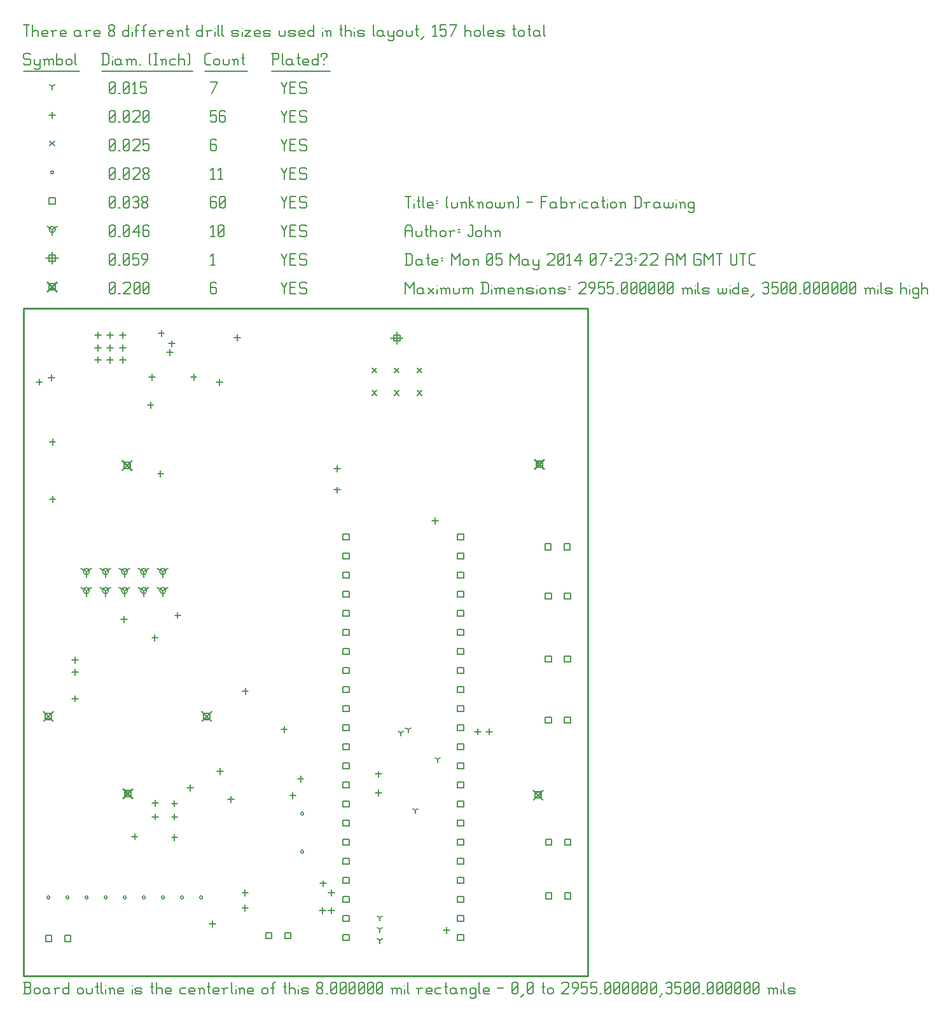
<source format=gbr>
G04 start of page 11 for group -3984 idx -3984 *
G04 Title: (unknown), fab *
G04 Creator: pcb 20110918 *
G04 CreationDate: Mon 05 May 2014 07:23:22 AM GMT UTC *
G04 For: john *
G04 Format: Gerber/RS-274X *
G04 PCB-Dimensions: 295500 350000 *
G04 PCB-Coordinate-Origin: lower left *
%MOIN*%
%FSLAX25Y25*%
%LNFAB*%
%ADD87C,0.0100*%
%ADD86C,0.0075*%
%ADD85C,0.0060*%
%ADD84R,0.0080X0.0080*%
%ADD83C,0.0001*%
G54D83*G36*
X268000Y271066D02*X273366Y265700D01*
X272800Y265134D01*
X267434Y270500D01*
X268000Y271066D01*
G37*
G36*
X267434Y265700D02*X272800Y271066D01*
X273366Y270500D01*
X268000Y265134D01*
X267434Y265700D01*
G37*
G54D84*X268800Y269700D02*X272000D01*
X268800D02*Y266500D01*
X272000D01*
Y269700D02*Y266500D01*
G54D83*G36*
X51800Y270466D02*X57166Y265100D01*
X56600Y264534D01*
X51234Y269900D01*
X51800Y270466D01*
G37*
G36*
X51234Y265100D02*X56600Y270466D01*
X57166Y269900D01*
X51800Y264534D01*
X51234Y265100D01*
G37*
G54D84*X52600Y269100D02*X55800D01*
X52600D02*Y265900D01*
X55800D01*
Y269100D02*Y265900D01*
G54D83*G36*
X267200Y97666D02*X272566Y92300D01*
X272000Y91734D01*
X266634Y97100D01*
X267200Y97666D01*
G37*
G36*
X266634Y92300D02*X272000Y97666D01*
X272566Y97100D01*
X267200Y91734D01*
X266634Y92300D01*
G37*
G54D84*X268000Y96300D02*X271200D01*
X268000D02*Y93100D01*
X271200D01*
Y96300D02*Y93100D01*
G54D83*G36*
X52300Y98366D02*X57666Y93000D01*
X57100Y92434D01*
X51734Y97800D01*
X52300Y98366D01*
G37*
G36*
X51734Y93000D02*X57100Y98366D01*
X57666Y97800D01*
X52300Y92434D01*
X51734Y93000D01*
G37*
G54D84*X53100Y97000D02*X56300D01*
X53100D02*Y93800D01*
X56300D01*
Y97000D02*Y93800D01*
G54D83*G36*
X10600Y138966D02*X15966Y133600D01*
X15400Y133034D01*
X10034Y138400D01*
X10600Y138966D01*
G37*
G36*
X10034Y133600D02*X15400Y138966D01*
X15966Y138400D01*
X10600Y133034D01*
X10034Y133600D01*
G37*
G54D84*X11400Y137600D02*X14600D01*
X11400D02*Y134400D01*
X14600D01*
Y137600D02*Y134400D01*
G54D83*G36*
X93600Y138966D02*X98966Y133600D01*
X98400Y133034D01*
X93034Y138400D01*
X93600Y138966D01*
G37*
G36*
X93034Y133600D02*X98400Y138966D01*
X98966Y138400D01*
X93600Y133034D01*
X93034Y133600D01*
G37*
G54D84*X94400Y137600D02*X97600D01*
X94400D02*Y134400D01*
X97600D01*
Y137600D02*Y134400D01*
G54D83*G36*
X12600Y364216D02*X17966Y358850D01*
X17400Y358284D01*
X12034Y363650D01*
X12600Y364216D01*
G37*
G36*
X12034Y358850D02*X17400Y364216D01*
X17966Y363650D01*
X12600Y358284D01*
X12034Y358850D01*
G37*
G54D84*X13400Y362850D02*X16600D01*
X13400D02*Y359650D01*
X16600D01*
Y362850D02*Y359650D01*
G54D85*X135000Y363500D02*X136500Y360500D01*
X138000Y363500D01*
X136500Y360500D02*Y357500D01*
X139800Y360800D02*X142050D01*
X139800Y357500D02*X142800D01*
X139800Y363500D02*Y357500D01*
Y363500D02*X142800D01*
X147600D02*X148350Y362750D01*
X145350Y363500D02*X147600D01*
X144600Y362750D02*X145350Y363500D01*
X144600Y362750D02*Y361250D01*
X145350Y360500D01*
X147600D01*
X148350Y359750D01*
Y358250D01*
X147600Y357500D02*X148350Y358250D01*
X145350Y357500D02*X147600D01*
X144600Y358250D02*X145350Y357500D01*
X100250Y363500D02*X101000Y362750D01*
X98750Y363500D02*X100250D01*
X98000Y362750D02*X98750Y363500D01*
X98000Y362750D02*Y358250D01*
X98750Y357500D01*
X100250Y360800D02*X101000Y360050D01*
X98000Y360800D02*X100250D01*
X98750Y357500D02*X100250D01*
X101000Y358250D01*
Y360050D02*Y358250D01*
X45000D02*X45750Y357500D01*
X45000Y362750D02*Y358250D01*
Y362750D02*X45750Y363500D01*
X47250D01*
X48000Y362750D01*
Y358250D01*
X47250Y357500D02*X48000Y358250D01*
X45750Y357500D02*X47250D01*
X45000Y359000D02*X48000Y362000D01*
X49800Y357500D02*X50550D01*
X52350Y362750D02*X53100Y363500D01*
X55350D01*
X56100Y362750D01*
Y361250D01*
X52350Y357500D02*X56100Y361250D01*
X52350Y357500D02*X56100D01*
X57900Y358250D02*X58650Y357500D01*
X57900Y362750D02*Y358250D01*
Y362750D02*X58650Y363500D01*
X60150D01*
X60900Y362750D01*
Y358250D01*
X60150Y357500D02*X60900Y358250D01*
X58650Y357500D02*X60150D01*
X57900Y359000D02*X60900Y362000D01*
X62700Y358250D02*X63450Y357500D01*
X62700Y362750D02*Y358250D01*
Y362750D02*X63450Y363500D01*
X64950D01*
X65700Y362750D01*
Y358250D01*
X64950Y357500D02*X65700Y358250D01*
X63450Y357500D02*X64950D01*
X62700Y359000D02*X65700Y362000D01*
X195555Y337492D02*Y331092D01*
X192355Y334292D02*X198755D01*
X193955Y335892D02*X197155D01*
X193955D02*Y332692D01*
X197155D01*
Y335892D02*Y332692D01*
X15000Y379450D02*Y373050D01*
X11800Y376250D02*X18200D01*
X13400Y377850D02*X16600D01*
X13400D02*Y374650D01*
X16600D01*
Y377850D02*Y374650D01*
X135000Y378500D02*X136500Y375500D01*
X138000Y378500D01*
X136500Y375500D02*Y372500D01*
X139800Y375800D02*X142050D01*
X139800Y372500D02*X142800D01*
X139800Y378500D02*Y372500D01*
Y378500D02*X142800D01*
X147600D02*X148350Y377750D01*
X145350Y378500D02*X147600D01*
X144600Y377750D02*X145350Y378500D01*
X144600Y377750D02*Y376250D01*
X145350Y375500D01*
X147600D01*
X148350Y374750D01*
Y373250D01*
X147600Y372500D02*X148350Y373250D01*
X145350Y372500D02*X147600D01*
X144600Y373250D02*X145350Y372500D01*
X98000Y377300D02*X99200Y378500D01*
Y372500D01*
X98000D02*X100250D01*
X45000Y373250D02*X45750Y372500D01*
X45000Y377750D02*Y373250D01*
Y377750D02*X45750Y378500D01*
X47250D01*
X48000Y377750D01*
Y373250D01*
X47250Y372500D02*X48000Y373250D01*
X45750Y372500D02*X47250D01*
X45000Y374000D02*X48000Y377000D01*
X49800Y372500D02*X50550D01*
X52350Y373250D02*X53100Y372500D01*
X52350Y377750D02*Y373250D01*
Y377750D02*X53100Y378500D01*
X54600D01*
X55350Y377750D01*
Y373250D01*
X54600Y372500D02*X55350Y373250D01*
X53100Y372500D02*X54600D01*
X52350Y374000D02*X55350Y377000D01*
X57150Y378500D02*X60150D01*
X57150D02*Y375500D01*
X57900Y376250D01*
X59400D01*
X60150Y375500D01*
Y373250D01*
X59400Y372500D02*X60150Y373250D01*
X57900Y372500D02*X59400D01*
X57150Y373250D02*X57900Y372500D01*
X62700D02*X64950Y375500D01*
Y377750D02*Y375500D01*
X64200Y378500D02*X64950Y377750D01*
X62700Y378500D02*X64200D01*
X61950Y377750D02*X62700Y378500D01*
X61950Y377750D02*Y376250D01*
X62700Y375500D01*
X64950D01*
X72900Y211900D02*Y208700D01*
Y211900D02*X75673Y213500D01*
X72900Y211900D02*X70127Y213500D01*
X71300Y211900D02*G75*G03X74500Y211900I1600J0D01*G01*
G75*G03X71300Y211900I-1600J0D01*G01*
X72900Y201900D02*Y198700D01*
Y201900D02*X75673Y203500D01*
X72900Y201900D02*X70127Y203500D01*
X71300Y201900D02*G75*G03X74500Y201900I1600J0D01*G01*
G75*G03X71300Y201900I-1600J0D01*G01*
X62900Y211900D02*Y208700D01*
Y211900D02*X65673Y213500D01*
X62900Y211900D02*X60127Y213500D01*
X61300Y211900D02*G75*G03X64500Y211900I1600J0D01*G01*
G75*G03X61300Y211900I-1600J0D01*G01*
X62900Y201900D02*Y198700D01*
Y201900D02*X65673Y203500D01*
X62900Y201900D02*X60127Y203500D01*
X61300Y201900D02*G75*G03X64500Y201900I1600J0D01*G01*
G75*G03X61300Y201900I-1600J0D01*G01*
X52900Y211900D02*Y208700D01*
Y211900D02*X55673Y213500D01*
X52900Y211900D02*X50127Y213500D01*
X51300Y211900D02*G75*G03X54500Y211900I1600J0D01*G01*
G75*G03X51300Y211900I-1600J0D01*G01*
X52900Y201900D02*Y198700D01*
Y201900D02*X55673Y203500D01*
X52900Y201900D02*X50127Y203500D01*
X51300Y201900D02*G75*G03X54500Y201900I1600J0D01*G01*
G75*G03X51300Y201900I-1600J0D01*G01*
X42900Y211900D02*Y208700D01*
Y211900D02*X45673Y213500D01*
X42900Y211900D02*X40127Y213500D01*
X41300Y211900D02*G75*G03X44500Y211900I1600J0D01*G01*
G75*G03X41300Y211900I-1600J0D01*G01*
X42900Y201900D02*Y198700D01*
Y201900D02*X45673Y203500D01*
X42900Y201900D02*X40127Y203500D01*
X41300Y201900D02*G75*G03X44500Y201900I1600J0D01*G01*
G75*G03X41300Y201900I-1600J0D01*G01*
X32900Y211900D02*Y208700D01*
Y211900D02*X35673Y213500D01*
X32900Y211900D02*X30127Y213500D01*
X31300Y211900D02*G75*G03X34500Y211900I1600J0D01*G01*
G75*G03X31300Y211900I-1600J0D01*G01*
X32900Y201900D02*Y198700D01*
Y201900D02*X35673Y203500D01*
X32900Y201900D02*X30127Y203500D01*
X31300Y201900D02*G75*G03X34500Y201900I1600J0D01*G01*
G75*G03X31300Y201900I-1600J0D01*G01*
X15000Y391250D02*Y388050D01*
Y391250D02*X17773Y392850D01*
X15000Y391250D02*X12227Y392850D01*
X13400Y391250D02*G75*G03X16600Y391250I1600J0D01*G01*
G75*G03X13400Y391250I-1600J0D01*G01*
X135000Y393500D02*X136500Y390500D01*
X138000Y393500D01*
X136500Y390500D02*Y387500D01*
X139800Y390800D02*X142050D01*
X139800Y387500D02*X142800D01*
X139800Y393500D02*Y387500D01*
Y393500D02*X142800D01*
X147600D02*X148350Y392750D01*
X145350Y393500D02*X147600D01*
X144600Y392750D02*X145350Y393500D01*
X144600Y392750D02*Y391250D01*
X145350Y390500D01*
X147600D01*
X148350Y389750D01*
Y388250D01*
X147600Y387500D02*X148350Y388250D01*
X145350Y387500D02*X147600D01*
X144600Y388250D02*X145350Y387500D01*
X98000Y392300D02*X99200Y393500D01*
Y387500D01*
X98000D02*X100250D01*
X102050Y388250D02*X102800Y387500D01*
X102050Y392750D02*Y388250D01*
Y392750D02*X102800Y393500D01*
X104300D01*
X105050Y392750D01*
Y388250D01*
X104300Y387500D02*X105050Y388250D01*
X102800Y387500D02*X104300D01*
X102050Y389000D02*X105050Y392000D01*
X45000Y388250D02*X45750Y387500D01*
X45000Y392750D02*Y388250D01*
Y392750D02*X45750Y393500D01*
X47250D01*
X48000Y392750D01*
Y388250D01*
X47250Y387500D02*X48000Y388250D01*
X45750Y387500D02*X47250D01*
X45000Y389000D02*X48000Y392000D01*
X49800Y387500D02*X50550D01*
X52350Y388250D02*X53100Y387500D01*
X52350Y392750D02*Y388250D01*
Y392750D02*X53100Y393500D01*
X54600D01*
X55350Y392750D01*
Y388250D01*
X54600Y387500D02*X55350Y388250D01*
X53100Y387500D02*X54600D01*
X52350Y389000D02*X55350Y392000D01*
X57150Y389750D02*X60150Y393500D01*
X57150Y389750D02*X60900D01*
X60150Y393500D02*Y387500D01*
X64950Y393500D02*X65700Y392750D01*
X63450Y393500D02*X64950D01*
X62700Y392750D02*X63450Y393500D01*
X62700Y392750D02*Y388250D01*
X63450Y387500D01*
X64950Y390800D02*X65700Y390050D01*
X62700Y390800D02*X64950D01*
X63450Y387500D02*X64950D01*
X65700Y388250D01*
Y390050D02*Y388250D01*
X273200Y226500D02*X276400D01*
X273200D02*Y223300D01*
X276400D01*
Y226500D02*Y223300D01*
X283200Y226500D02*X286400D01*
X283200D02*Y223300D01*
X286400D01*
Y226500D02*Y223300D01*
X227400Y231600D02*X230600D01*
X227400D02*Y228400D01*
X230600D01*
Y231600D02*Y228400D01*
X227400Y221600D02*X230600D01*
X227400D02*Y218400D01*
X230600D01*
Y221600D02*Y218400D01*
X227400Y211600D02*X230600D01*
X227400D02*Y208400D01*
X230600D01*
Y211600D02*Y208400D01*
X227400Y201600D02*X230600D01*
X227400D02*Y198400D01*
X230600D01*
Y201600D02*Y198400D01*
X227400Y191600D02*X230600D01*
X227400D02*Y188400D01*
X230600D01*
Y191600D02*Y188400D01*
X227400Y181600D02*X230600D01*
X227400D02*Y178400D01*
X230600D01*
Y181600D02*Y178400D01*
X227400Y171600D02*X230600D01*
X227400D02*Y168400D01*
X230600D01*
Y171600D02*Y168400D01*
X227400Y161600D02*X230600D01*
X227400D02*Y158400D01*
X230600D01*
Y161600D02*Y158400D01*
X227400Y151600D02*X230600D01*
X227400D02*Y148400D01*
X230600D01*
Y151600D02*Y148400D01*
X227400Y141600D02*X230600D01*
X227400D02*Y138400D01*
X230600D01*
Y141600D02*Y138400D01*
X227400Y131600D02*X230600D01*
X227400D02*Y128400D01*
X230600D01*
Y131600D02*Y128400D01*
X227400Y121600D02*X230600D01*
X227400D02*Y118400D01*
X230600D01*
Y121600D02*Y118400D01*
X227400Y111600D02*X230600D01*
X227400D02*Y108400D01*
X230600D01*
Y111600D02*Y108400D01*
X227400Y101600D02*X230600D01*
X227400D02*Y98400D01*
X230600D01*
Y101600D02*Y98400D01*
X227400Y91600D02*X230600D01*
X227400D02*Y88400D01*
X230600D01*
Y91600D02*Y88400D01*
X227400Y81600D02*X230600D01*
X227400D02*Y78400D01*
X230600D01*
Y81600D02*Y78400D01*
X227400Y71600D02*X230600D01*
X227400D02*Y68400D01*
X230600D01*
Y71600D02*Y68400D01*
X227400Y61600D02*X230600D01*
X227400D02*Y58400D01*
X230600D01*
Y61600D02*Y58400D01*
X227400Y51600D02*X230600D01*
X227400D02*Y48400D01*
X230600D01*
Y51600D02*Y48400D01*
X227400Y41600D02*X230600D01*
X227400D02*Y38400D01*
X230600D01*
Y41600D02*Y38400D01*
X227400Y31600D02*X230600D01*
X227400D02*Y28400D01*
X230600D01*
Y31600D02*Y28400D01*
X227400Y21600D02*X230600D01*
X227400D02*Y18400D01*
X230600D01*
Y21600D02*Y18400D01*
X167400Y231600D02*X170600D01*
X167400D02*Y228400D01*
X170600D01*
Y231600D02*Y228400D01*
X167400Y221600D02*X170600D01*
X167400D02*Y218400D01*
X170600D01*
Y221600D02*Y218400D01*
X167400Y211600D02*X170600D01*
X167400D02*Y208400D01*
X170600D01*
Y211600D02*Y208400D01*
X167400Y201600D02*X170600D01*
X167400D02*Y198400D01*
X170600D01*
Y201600D02*Y198400D01*
X167400Y191600D02*X170600D01*
X167400D02*Y188400D01*
X170600D01*
Y191600D02*Y188400D01*
X167400Y181600D02*X170600D01*
X167400D02*Y178400D01*
X170600D01*
Y181600D02*Y178400D01*
X167400Y171600D02*X170600D01*
X167400D02*Y168400D01*
X170600D01*
Y171600D02*Y168400D01*
X167400Y161600D02*X170600D01*
X167400D02*Y158400D01*
X170600D01*
Y161600D02*Y158400D01*
X167400Y151600D02*X170600D01*
X167400D02*Y148400D01*
X170600D01*
Y151600D02*Y148400D01*
X167400Y141600D02*X170600D01*
X167400D02*Y138400D01*
X170600D01*
Y141600D02*Y138400D01*
X167400Y131600D02*X170600D01*
X167400D02*Y128400D01*
X170600D01*
Y131600D02*Y128400D01*
X167400Y121600D02*X170600D01*
X167400D02*Y118400D01*
X170600D01*
Y121600D02*Y118400D01*
X167400Y111600D02*X170600D01*
X167400D02*Y108400D01*
X170600D01*
Y111600D02*Y108400D01*
X167400Y101600D02*X170600D01*
X167400D02*Y98400D01*
X170600D01*
Y101600D02*Y98400D01*
X167400Y91600D02*X170600D01*
X167400D02*Y88400D01*
X170600D01*
Y91600D02*Y88400D01*
X167400Y81600D02*X170600D01*
X167400D02*Y78400D01*
X170600D01*
Y81600D02*Y78400D01*
X167400Y71600D02*X170600D01*
X167400D02*Y68400D01*
X170600D01*
Y71600D02*Y68400D01*
X167400Y61600D02*X170600D01*
X167400D02*Y58400D01*
X170600D01*
Y61600D02*Y58400D01*
X167400Y51600D02*X170600D01*
X167400D02*Y48400D01*
X170600D01*
Y51600D02*Y48400D01*
X167400Y41600D02*X170600D01*
X167400D02*Y38400D01*
X170600D01*
Y41600D02*Y38400D01*
X167400Y31600D02*X170600D01*
X167400D02*Y28400D01*
X170600D01*
Y31600D02*Y28400D01*
X167400Y21600D02*X170600D01*
X167400D02*Y18400D01*
X170600D01*
Y21600D02*Y18400D01*
X273400Y200600D02*X276600D01*
X273400D02*Y197400D01*
X276600D01*
Y200600D02*Y197400D01*
X283400Y200600D02*X286600D01*
X283400D02*Y197400D01*
X286600D01*
Y200600D02*Y197400D01*
X273400Y167600D02*X276600D01*
X273400D02*Y164400D01*
X276600D01*
Y167600D02*Y164400D01*
X283400Y167600D02*X286600D01*
X283400D02*Y164400D01*
X286600D01*
Y167600D02*Y164400D01*
X126900Y22600D02*X130100D01*
X126900D02*Y19400D01*
X130100D01*
Y22600D02*Y19400D01*
X136900Y22600D02*X140100D01*
X136900D02*Y19400D01*
X140100D01*
Y22600D02*Y19400D01*
X273400Y135600D02*X276600D01*
X273400D02*Y132400D01*
X276600D01*
Y135600D02*Y132400D01*
X283400Y135600D02*X286600D01*
X283400D02*Y132400D01*
X286600D01*
Y135600D02*Y132400D01*
X273592Y71596D02*X276792D01*
X273592D02*Y68396D01*
X276792D01*
Y71596D02*Y68396D01*
X283592Y71596D02*X286792D01*
X283592D02*Y68396D01*
X286792D01*
Y71596D02*Y68396D01*
X273592Y43429D02*X276792D01*
X273592D02*Y40229D01*
X276792D01*
Y43429D02*Y40229D01*
X283592Y43429D02*X286792D01*
X283592D02*Y40229D01*
X286792D01*
Y43429D02*Y40229D01*
X11600Y21100D02*X14800D01*
X11600D02*Y17900D01*
X14800D01*
Y21100D02*Y17900D01*
X21600Y21100D02*X24800D01*
X21600D02*Y17900D01*
X24800D01*
Y21100D02*Y17900D01*
X13400Y407850D02*X16600D01*
X13400D02*Y404650D01*
X16600D01*
Y407850D02*Y404650D01*
X135000Y408500D02*X136500Y405500D01*
X138000Y408500D01*
X136500Y405500D02*Y402500D01*
X139800Y405800D02*X142050D01*
X139800Y402500D02*X142800D01*
X139800Y408500D02*Y402500D01*
Y408500D02*X142800D01*
X147600D02*X148350Y407750D01*
X145350Y408500D02*X147600D01*
X144600Y407750D02*X145350Y408500D01*
X144600Y407750D02*Y406250D01*
X145350Y405500D01*
X147600D01*
X148350Y404750D01*
Y403250D01*
X147600Y402500D02*X148350Y403250D01*
X145350Y402500D02*X147600D01*
X144600Y403250D02*X145350Y402500D01*
X100250Y408500D02*X101000Y407750D01*
X98750Y408500D02*X100250D01*
X98000Y407750D02*X98750Y408500D01*
X98000Y407750D02*Y403250D01*
X98750Y402500D01*
X100250Y405800D02*X101000Y405050D01*
X98000Y405800D02*X100250D01*
X98750Y402500D02*X100250D01*
X101000Y403250D01*
Y405050D02*Y403250D01*
X102800D02*X103550Y402500D01*
X102800Y407750D02*Y403250D01*
Y407750D02*X103550Y408500D01*
X105050D01*
X105800Y407750D01*
Y403250D01*
X105050Y402500D02*X105800Y403250D01*
X103550Y402500D02*X105050D01*
X102800Y404000D02*X105800Y407000D01*
X45000Y403250D02*X45750Y402500D01*
X45000Y407750D02*Y403250D01*
Y407750D02*X45750Y408500D01*
X47250D01*
X48000Y407750D01*
Y403250D01*
X47250Y402500D02*X48000Y403250D01*
X45750Y402500D02*X47250D01*
X45000Y404000D02*X48000Y407000D01*
X49800Y402500D02*X50550D01*
X52350Y403250D02*X53100Y402500D01*
X52350Y407750D02*Y403250D01*
Y407750D02*X53100Y408500D01*
X54600D01*
X55350Y407750D01*
Y403250D01*
X54600Y402500D02*X55350Y403250D01*
X53100Y402500D02*X54600D01*
X52350Y404000D02*X55350Y407000D01*
X57150Y407750D02*X57900Y408500D01*
X59400D01*
X60150Y407750D01*
X59400Y402500D02*X60150Y403250D01*
X57900Y402500D02*X59400D01*
X57150Y403250D02*X57900Y402500D01*
Y405800D02*X59400D01*
X60150Y407750D02*Y406550D01*
Y405050D02*Y403250D01*
Y405050D02*X59400Y405800D01*
X60150Y406550D02*X59400Y405800D01*
X61950Y403250D02*X62700Y402500D01*
X61950Y404450D02*Y403250D01*
Y404450D02*X63000Y405500D01*
X63900D01*
X64950Y404450D01*
Y403250D01*
X64200Y402500D02*X64950Y403250D01*
X62700Y402500D02*X64200D01*
X61950Y406550D02*X63000Y405500D01*
X61950Y407750D02*Y406550D01*
Y407750D02*X62700Y408500D01*
X64200D01*
X64950Y407750D01*
Y406550D01*
X63900Y405500D02*X64950Y406550D01*
X92200Y41000D02*G75*G03X93800Y41000I800J0D01*G01*
G75*G03X92200Y41000I-800J0D01*G01*
X82200D02*G75*G03X83800Y41000I800J0D01*G01*
G75*G03X82200Y41000I-800J0D01*G01*
X72200D02*G75*G03X73800Y41000I800J0D01*G01*
G75*G03X72200Y41000I-800J0D01*G01*
X62200D02*G75*G03X63800Y41000I800J0D01*G01*
G75*G03X62200Y41000I-800J0D01*G01*
X52200D02*G75*G03X53800Y41000I800J0D01*G01*
G75*G03X52200Y41000I-800J0D01*G01*
X42200D02*G75*G03X43800Y41000I800J0D01*G01*
G75*G03X42200Y41000I-800J0D01*G01*
X32200D02*G75*G03X33800Y41000I800J0D01*G01*
G75*G03X32200Y41000I-800J0D01*G01*
X22200D02*G75*G03X23800Y41000I800J0D01*G01*
G75*G03X22200Y41000I-800J0D01*G01*
X12200D02*G75*G03X13800Y41000I800J0D01*G01*
G75*G03X12200Y41000I-800J0D01*G01*
X145200Y85000D02*G75*G03X146800Y85000I800J0D01*G01*
G75*G03X145200Y85000I-800J0D01*G01*
Y65000D02*G75*G03X146800Y65000I800J0D01*G01*
G75*G03X145200Y65000I-800J0D01*G01*
X14200Y421250D02*G75*G03X15800Y421250I800J0D01*G01*
G75*G03X14200Y421250I-800J0D01*G01*
X135000Y423500D02*X136500Y420500D01*
X138000Y423500D01*
X136500Y420500D02*Y417500D01*
X139800Y420800D02*X142050D01*
X139800Y417500D02*X142800D01*
X139800Y423500D02*Y417500D01*
Y423500D02*X142800D01*
X147600D02*X148350Y422750D01*
X145350Y423500D02*X147600D01*
X144600Y422750D02*X145350Y423500D01*
X144600Y422750D02*Y421250D01*
X145350Y420500D01*
X147600D01*
X148350Y419750D01*
Y418250D01*
X147600Y417500D02*X148350Y418250D01*
X145350Y417500D02*X147600D01*
X144600Y418250D02*X145350Y417500D01*
X98000Y422300D02*X99200Y423500D01*
Y417500D01*
X98000D02*X100250D01*
X102050Y422300D02*X103250Y423500D01*
Y417500D01*
X102050D02*X104300D01*
X45000Y418250D02*X45750Y417500D01*
X45000Y422750D02*Y418250D01*
Y422750D02*X45750Y423500D01*
X47250D01*
X48000Y422750D01*
Y418250D01*
X47250Y417500D02*X48000Y418250D01*
X45750Y417500D02*X47250D01*
X45000Y419000D02*X48000Y422000D01*
X49800Y417500D02*X50550D01*
X52350Y418250D02*X53100Y417500D01*
X52350Y422750D02*Y418250D01*
Y422750D02*X53100Y423500D01*
X54600D01*
X55350Y422750D01*
Y418250D01*
X54600Y417500D02*X55350Y418250D01*
X53100Y417500D02*X54600D01*
X52350Y419000D02*X55350Y422000D01*
X57150Y422750D02*X57900Y423500D01*
X60150D01*
X60900Y422750D01*
Y421250D01*
X57150Y417500D02*X60900Y421250D01*
X57150Y417500D02*X60900D01*
X62700Y418250D02*X63450Y417500D01*
X62700Y419450D02*Y418250D01*
Y419450D02*X63750Y420500D01*
X64650D01*
X65700Y419450D01*
Y418250D01*
X64950Y417500D02*X65700Y418250D01*
X63450Y417500D02*X64950D01*
X62700Y421550D02*X63750Y420500D01*
X62700Y422750D02*Y421550D01*
Y422750D02*X63450Y423500D01*
X64950D01*
X65700Y422750D01*
Y421550D01*
X64650Y420500D02*X65700Y421550D01*
X206155Y318492D02*X208555Y316092D01*
X206155D02*X208555Y318492D01*
X182555D02*X184955Y316092D01*
X182555D02*X184955Y318492D01*
X194355D02*X196755Y316092D01*
X194355D02*X196755Y318492D01*
X206155Y306692D02*X208555Y304292D01*
X206155D02*X208555Y306692D01*
X182555D02*X184955Y304292D01*
X182555D02*X184955Y306692D01*
X194355D02*X196755Y304292D01*
X194355D02*X196755Y306692D01*
X13800Y437450D02*X16200Y435050D01*
X13800D02*X16200Y437450D01*
X135000Y438500D02*X136500Y435500D01*
X138000Y438500D01*
X136500Y435500D02*Y432500D01*
X139800Y435800D02*X142050D01*
X139800Y432500D02*X142800D01*
X139800Y438500D02*Y432500D01*
Y438500D02*X142800D01*
X147600D02*X148350Y437750D01*
X145350Y438500D02*X147600D01*
X144600Y437750D02*X145350Y438500D01*
X144600Y437750D02*Y436250D01*
X145350Y435500D01*
X147600D01*
X148350Y434750D01*
Y433250D01*
X147600Y432500D02*X148350Y433250D01*
X145350Y432500D02*X147600D01*
X144600Y433250D02*X145350Y432500D01*
X100250Y438500D02*X101000Y437750D01*
X98750Y438500D02*X100250D01*
X98000Y437750D02*X98750Y438500D01*
X98000Y437750D02*Y433250D01*
X98750Y432500D01*
X100250Y435800D02*X101000Y435050D01*
X98000Y435800D02*X100250D01*
X98750Y432500D02*X100250D01*
X101000Y433250D01*
Y435050D02*Y433250D01*
X45000D02*X45750Y432500D01*
X45000Y437750D02*Y433250D01*
Y437750D02*X45750Y438500D01*
X47250D01*
X48000Y437750D01*
Y433250D01*
X47250Y432500D02*X48000Y433250D01*
X45750Y432500D02*X47250D01*
X45000Y434000D02*X48000Y437000D01*
X49800Y432500D02*X50550D01*
X52350Y433250D02*X53100Y432500D01*
X52350Y437750D02*Y433250D01*
Y437750D02*X53100Y438500D01*
X54600D01*
X55350Y437750D01*
Y433250D01*
X54600Y432500D02*X55350Y433250D01*
X53100Y432500D02*X54600D01*
X52350Y434000D02*X55350Y437000D01*
X57150Y437750D02*X57900Y438500D01*
X60150D01*
X60900Y437750D01*
Y436250D01*
X57150Y432500D02*X60900Y436250D01*
X57150Y432500D02*X60900D01*
X62700Y438500D02*X65700D01*
X62700D02*Y435500D01*
X63450Y436250D01*
X64950D01*
X65700Y435500D01*
Y433250D01*
X64950Y432500D02*X65700Y433250D01*
X63450Y432500D02*X64950D01*
X62700Y433250D02*X63450Y432500D01*
X15184Y281384D02*Y278184D01*
X13584Y279784D02*X16784D01*
X15184Y251384D02*Y248184D01*
X13584Y249784D02*X16784D01*
X39000Y337400D02*Y334200D01*
X37400Y335800D02*X40600D01*
X51900Y337400D02*Y334200D01*
X50300Y335800D02*X53500D01*
X51900Y324500D02*Y321300D01*
X50300Y322900D02*X53500D01*
X39000Y324600D02*Y321400D01*
X37400Y323000D02*X40600D01*
X39000Y330800D02*Y327600D01*
X37400Y329200D02*X40600D01*
X51900Y330800D02*Y327600D01*
X50300Y329200D02*X53500D01*
X45300Y337400D02*Y334200D01*
X43700Y335800D02*X46900D01*
X45279Y330806D02*Y327606D01*
X43679Y329206D02*X46879D01*
X45300Y324500D02*Y321300D01*
X43700Y322900D02*X46900D01*
X244000Y129600D02*Y126400D01*
X242400Y128000D02*X245600D01*
X238000Y129600D02*Y126400D01*
X236400Y128000D02*X239600D01*
X116100Y45100D02*Y41900D01*
X114500Y43500D02*X117700D01*
X116100Y37100D02*Y33900D01*
X114500Y35500D02*X117700D01*
X69000Y92100D02*Y88900D01*
X67400Y90500D02*X70600D01*
X79100Y91900D02*Y88700D01*
X77500Y90300D02*X80700D01*
X79100Y84900D02*Y81700D01*
X77500Y83300D02*X80700D01*
X69000Y84900D02*Y81700D01*
X67400Y83300D02*X70600D01*
X79100Y74100D02*Y70900D01*
X77500Y72500D02*X80700D01*
X58200Y74600D02*Y71400D01*
X56600Y73000D02*X59800D01*
X221600Y25500D02*Y22300D01*
X220000Y23900D02*X223200D01*
X99000Y28700D02*Y25500D01*
X97400Y27100D02*X100600D01*
X156900Y50000D02*Y46800D01*
X155300Y48400D02*X158500D01*
X161400Y45100D02*Y41900D01*
X159800Y43500D02*X163000D01*
X156600Y35800D02*Y32600D01*
X155000Y34200D02*X158200D01*
X161400Y35800D02*Y32600D01*
X159800Y34200D02*X163000D01*
X185900Y107300D02*Y104100D01*
X184300Y105700D02*X187500D01*
X185900Y97500D02*Y94300D01*
X184300Y95900D02*X187500D01*
X27000Y167200D02*Y164000D01*
X25400Y165600D02*X28600D01*
X108600Y94200D02*Y91000D01*
X107000Y92600D02*X110200D01*
X26900Y160700D02*Y157500D01*
X25300Y159100D02*X28500D01*
X87400Y100100D02*Y96900D01*
X85800Y98500D02*X89000D01*
X26900Y146900D02*Y143700D01*
X25300Y145300D02*X28500D01*
X102900Y108800D02*Y105600D01*
X101300Y107200D02*X104500D01*
X136500Y130800D02*Y127600D01*
X134900Y129200D02*X138100D01*
X116200Y150800D02*Y147600D01*
X114600Y149200D02*X117800D01*
X80800Y190600D02*Y187400D01*
X79200Y189000D02*X82400D01*
X145200Y104700D02*Y101500D01*
X143600Y103100D02*X146800D01*
X68800Y178800D02*Y175600D01*
X67200Y177200D02*X70400D01*
X215600Y240200D02*Y237000D01*
X214000Y238600D02*X217200D01*
X52700Y188500D02*Y185300D01*
X51100Y186900D02*X54300D01*
X141100Y96200D02*Y93000D01*
X139500Y94600D02*X142700D01*
X164400Y267400D02*Y264200D01*
X162800Y265800D02*X166000D01*
X164400Y256300D02*Y253100D01*
X162800Y254700D02*X166000D01*
X77600Y333000D02*Y329800D01*
X76000Y331400D02*X79200D01*
X72200Y338400D02*Y335200D01*
X70600Y336800D02*X73800D01*
X71800Y264800D02*Y261600D01*
X70200Y263200D02*X73400D01*
X8200Y312900D02*Y309700D01*
X6600Y311300D02*X9800D01*
X66500Y300800D02*Y297600D01*
X64900Y299200D02*X68100D01*
X102700Y312700D02*Y309500D01*
X101100Y311100D02*X104300D01*
X111900Y336100D02*Y332900D01*
X110300Y334500D02*X113500D01*
X14700Y315200D02*Y312000D01*
X13100Y313600D02*X16300D01*
X67400Y315400D02*Y312200D01*
X65800Y313800D02*X69000D01*
X76600Y328400D02*Y325200D01*
X75000Y326800D02*X78200D01*
X89200Y315400D02*Y312200D01*
X87600Y313800D02*X90800D01*
X15000Y452850D02*Y449650D01*
X13400Y451250D02*X16600D01*
X135000Y453500D02*X136500Y450500D01*
X138000Y453500D01*
X136500Y450500D02*Y447500D01*
X139800Y450800D02*X142050D01*
X139800Y447500D02*X142800D01*
X139800Y453500D02*Y447500D01*
Y453500D02*X142800D01*
X147600D02*X148350Y452750D01*
X145350Y453500D02*X147600D01*
X144600Y452750D02*X145350Y453500D01*
X144600Y452750D02*Y451250D01*
X145350Y450500D01*
X147600D01*
X148350Y449750D01*
Y448250D01*
X147600Y447500D02*X148350Y448250D01*
X145350Y447500D02*X147600D01*
X144600Y448250D02*X145350Y447500D01*
X98000Y453500D02*X101000D01*
X98000D02*Y450500D01*
X98750Y451250D01*
X100250D01*
X101000Y450500D01*
Y448250D01*
X100250Y447500D02*X101000Y448250D01*
X98750Y447500D02*X100250D01*
X98000Y448250D02*X98750Y447500D01*
X105050Y453500D02*X105800Y452750D01*
X103550Y453500D02*X105050D01*
X102800Y452750D02*X103550Y453500D01*
X102800Y452750D02*Y448250D01*
X103550Y447500D01*
X105050Y450800D02*X105800Y450050D01*
X102800Y450800D02*X105050D01*
X103550Y447500D02*X105050D01*
X105800Y448250D01*
Y450050D02*Y448250D01*
X45000D02*X45750Y447500D01*
X45000Y452750D02*Y448250D01*
Y452750D02*X45750Y453500D01*
X47250D01*
X48000Y452750D01*
Y448250D01*
X47250Y447500D02*X48000Y448250D01*
X45750Y447500D02*X47250D01*
X45000Y449000D02*X48000Y452000D01*
X49800Y447500D02*X50550D01*
X52350Y448250D02*X53100Y447500D01*
X52350Y452750D02*Y448250D01*
Y452750D02*X53100Y453500D01*
X54600D01*
X55350Y452750D01*
Y448250D01*
X54600Y447500D02*X55350Y448250D01*
X53100Y447500D02*X54600D01*
X52350Y449000D02*X55350Y452000D01*
X57150Y452750D02*X57900Y453500D01*
X60150D01*
X60900Y452750D01*
Y451250D01*
X57150Y447500D02*X60900Y451250D01*
X57150Y447500D02*X60900D01*
X62700Y448250D02*X63450Y447500D01*
X62700Y452750D02*Y448250D01*
Y452750D02*X63450Y453500D01*
X64950D01*
X65700Y452750D01*
Y448250D01*
X64950Y447500D02*X65700Y448250D01*
X63450Y447500D02*X64950D01*
X62700Y449000D02*X65700Y452000D01*
X186700Y24500D02*Y22900D01*
Y24500D02*X188087Y25300D01*
X186700Y24500D02*X185313Y25300D01*
X186600Y30500D02*Y28900D01*
Y30500D02*X187987Y31300D01*
X186600Y30500D02*X185213Y31300D01*
X186600Y18600D02*Y17000D01*
Y18600D02*X187987Y19400D01*
X186600Y18600D02*X185213Y19400D01*
X205200Y86700D02*Y85100D01*
Y86700D02*X206587Y87500D01*
X205200Y86700D02*X203813Y87500D01*
X217000Y113400D02*Y111800D01*
Y113400D02*X218387Y114200D01*
X217000Y113400D02*X215613Y114200D01*
X197700Y127300D02*Y125700D01*
Y127300D02*X199087Y128100D01*
X197700Y127300D02*X196313Y128100D01*
X201500Y129100D02*Y127500D01*
Y129100D02*X202887Y129900D01*
X201500Y129100D02*X200113Y129900D01*
X15000Y466250D02*Y464650D01*
Y466250D02*X16387Y467050D01*
X15000Y466250D02*X13613Y467050D01*
X135000Y468500D02*X136500Y465500D01*
X138000Y468500D01*
X136500Y465500D02*Y462500D01*
X139800Y465800D02*X142050D01*
X139800Y462500D02*X142800D01*
X139800Y468500D02*Y462500D01*
Y468500D02*X142800D01*
X147600D02*X148350Y467750D01*
X145350Y468500D02*X147600D01*
X144600Y467750D02*X145350Y468500D01*
X144600Y467750D02*Y466250D01*
X145350Y465500D01*
X147600D01*
X148350Y464750D01*
Y463250D01*
X147600Y462500D02*X148350Y463250D01*
X145350Y462500D02*X147600D01*
X144600Y463250D02*X145350Y462500D01*
X98750D02*X101750Y468500D01*
X98000D02*X101750D01*
X45000Y463250D02*X45750Y462500D01*
X45000Y467750D02*Y463250D01*
Y467750D02*X45750Y468500D01*
X47250D01*
X48000Y467750D01*
Y463250D01*
X47250Y462500D02*X48000Y463250D01*
X45750Y462500D02*X47250D01*
X45000Y464000D02*X48000Y467000D01*
X49800Y462500D02*X50550D01*
X52350Y463250D02*X53100Y462500D01*
X52350Y467750D02*Y463250D01*
Y467750D02*X53100Y468500D01*
X54600D01*
X55350Y467750D01*
Y463250D01*
X54600Y462500D02*X55350Y463250D01*
X53100Y462500D02*X54600D01*
X52350Y464000D02*X55350Y467000D01*
X57150Y467300D02*X58350Y468500D01*
Y462500D01*
X57150D02*X59400D01*
X61200Y468500D02*X64200D01*
X61200D02*Y465500D01*
X61950Y466250D01*
X63450D01*
X64200Y465500D01*
Y463250D01*
X63450Y462500D02*X64200Y463250D01*
X61950Y462500D02*X63450D01*
X61200Y463250D02*X61950Y462500D01*
X3000Y483500D02*X3750Y482750D01*
X750Y483500D02*X3000D01*
X0Y482750D02*X750Y483500D01*
X0Y482750D02*Y481250D01*
X750Y480500D01*
X3000D01*
X3750Y479750D01*
Y478250D01*
X3000Y477500D02*X3750Y478250D01*
X750Y477500D02*X3000D01*
X0Y478250D02*X750Y477500D01*
X5550Y480500D02*Y478250D01*
X6300Y477500D01*
X8550Y480500D02*Y476000D01*
X7800Y475250D02*X8550Y476000D01*
X6300Y475250D02*X7800D01*
X5550Y476000D02*X6300Y475250D01*
Y477500D02*X7800D01*
X8550Y478250D01*
X11100Y479750D02*Y477500D01*
Y479750D02*X11850Y480500D01*
X12600D01*
X13350Y479750D01*
Y477500D01*
Y479750D02*X14100Y480500D01*
X14850D01*
X15600Y479750D01*
Y477500D01*
X10350Y480500D02*X11100Y479750D01*
X17400Y483500D02*Y477500D01*
Y478250D02*X18150Y477500D01*
X19650D01*
X20400Y478250D01*
Y479750D02*Y478250D01*
X19650Y480500D02*X20400Y479750D01*
X18150Y480500D02*X19650D01*
X17400Y479750D02*X18150Y480500D01*
X22200Y479750D02*Y478250D01*
Y479750D02*X22950Y480500D01*
X24450D01*
X25200Y479750D01*
Y478250D01*
X24450Y477500D02*X25200Y478250D01*
X22950Y477500D02*X24450D01*
X22200Y478250D02*X22950Y477500D01*
X27000Y483500D02*Y478250D01*
X27750Y477500D01*
X0Y474250D02*X29250D01*
X41750Y483500D02*Y477500D01*
X43700Y483500D02*X44750Y482450D01*
Y478550D01*
X43700Y477500D02*X44750Y478550D01*
X41000Y477500D02*X43700D01*
X41000Y483500D02*X43700D01*
G54D86*X46550Y482000D02*Y481850D01*
G54D85*Y479750D02*Y477500D01*
X50300Y480500D02*X51050Y479750D01*
X48800Y480500D02*X50300D01*
X48050Y479750D02*X48800Y480500D01*
X48050Y479750D02*Y478250D01*
X48800Y477500D01*
X51050Y480500D02*Y478250D01*
X51800Y477500D01*
X48800D02*X50300D01*
X51050Y478250D01*
X54350Y479750D02*Y477500D01*
Y479750D02*X55100Y480500D01*
X55850D01*
X56600Y479750D01*
Y477500D01*
Y479750D02*X57350Y480500D01*
X58100D01*
X58850Y479750D01*
Y477500D01*
X53600Y480500D02*X54350Y479750D01*
X60650Y477500D02*X61400D01*
X65900Y478250D02*X66650Y477500D01*
X65900Y482750D02*X66650Y483500D01*
X65900Y482750D02*Y478250D01*
X68450Y483500D02*X69950D01*
X69200D02*Y477500D01*
X68450D02*X69950D01*
X72500Y479750D02*Y477500D01*
Y479750D02*X73250Y480500D01*
X74000D01*
X74750Y479750D01*
Y477500D01*
X71750Y480500D02*X72500Y479750D01*
X77300Y480500D02*X79550D01*
X76550Y479750D02*X77300Y480500D01*
X76550Y479750D02*Y478250D01*
X77300Y477500D01*
X79550D01*
X81350Y483500D02*Y477500D01*
Y479750D02*X82100Y480500D01*
X83600D01*
X84350Y479750D01*
Y477500D01*
X86150Y483500D02*X86900Y482750D01*
Y478250D01*
X86150Y477500D02*X86900Y478250D01*
X41000Y474250D02*X88700D01*
X96050Y477500D02*X98000D01*
X95000Y478550D02*X96050Y477500D01*
X95000Y482450D02*Y478550D01*
Y482450D02*X96050Y483500D01*
X98000D01*
X99800Y479750D02*Y478250D01*
Y479750D02*X100550Y480500D01*
X102050D01*
X102800Y479750D01*
Y478250D01*
X102050Y477500D02*X102800Y478250D01*
X100550Y477500D02*X102050D01*
X99800Y478250D02*X100550Y477500D01*
X104600Y480500D02*Y478250D01*
X105350Y477500D01*
X106850D01*
X107600Y478250D01*
Y480500D02*Y478250D01*
X110150Y479750D02*Y477500D01*
Y479750D02*X110900Y480500D01*
X111650D01*
X112400Y479750D01*
Y477500D01*
X109400Y480500D02*X110150Y479750D01*
X114950Y483500D02*Y478250D01*
X115700Y477500D01*
X114200Y481250D02*X115700D01*
X95000Y474250D02*X117200D01*
X130750Y483500D02*Y477500D01*
X130000Y483500D02*X133000D01*
X133750Y482750D01*
Y481250D01*
X133000Y480500D02*X133750Y481250D01*
X130750Y480500D02*X133000D01*
X135550Y483500D02*Y478250D01*
X136300Y477500D01*
X140050Y480500D02*X140800Y479750D01*
X138550Y480500D02*X140050D01*
X137800Y479750D02*X138550Y480500D01*
X137800Y479750D02*Y478250D01*
X138550Y477500D01*
X140800Y480500D02*Y478250D01*
X141550Y477500D01*
X138550D02*X140050D01*
X140800Y478250D01*
X144100Y483500D02*Y478250D01*
X144850Y477500D01*
X143350Y481250D02*X144850D01*
X147100Y477500D02*X149350D01*
X146350Y478250D02*X147100Y477500D01*
X146350Y479750D02*Y478250D01*
Y479750D02*X147100Y480500D01*
X148600D01*
X149350Y479750D01*
X146350Y479000D02*X149350D01*
Y479750D02*Y479000D01*
X154150Y483500D02*Y477500D01*
X153400D02*X154150Y478250D01*
X151900Y477500D02*X153400D01*
X151150Y478250D02*X151900Y477500D01*
X151150Y479750D02*Y478250D01*
Y479750D02*X151900Y480500D01*
X153400D01*
X154150Y479750D01*
X157450Y480500D02*Y479750D01*
Y478250D02*Y477500D01*
X155950Y482750D02*Y482000D01*
Y482750D02*X156700Y483500D01*
X158200D01*
X158950Y482750D01*
Y482000D01*
X157450Y480500D02*X158950Y482000D01*
X130000Y474250D02*X160750D01*
X0Y498500D02*X3000D01*
X1500D02*Y492500D01*
X4800Y498500D02*Y492500D01*
Y494750D02*X5550Y495500D01*
X7050D01*
X7800Y494750D01*
Y492500D01*
X10350D02*X12600D01*
X9600Y493250D02*X10350Y492500D01*
X9600Y494750D02*Y493250D01*
Y494750D02*X10350Y495500D01*
X11850D01*
X12600Y494750D01*
X9600Y494000D02*X12600D01*
Y494750D02*Y494000D01*
X15150Y494750D02*Y492500D01*
Y494750D02*X15900Y495500D01*
X17400D01*
X14400D02*X15150Y494750D01*
X19950Y492500D02*X22200D01*
X19200Y493250D02*X19950Y492500D01*
X19200Y494750D02*Y493250D01*
Y494750D02*X19950Y495500D01*
X21450D01*
X22200Y494750D01*
X19200Y494000D02*X22200D01*
Y494750D02*Y494000D01*
X28950Y495500D02*X29700Y494750D01*
X27450Y495500D02*X28950D01*
X26700Y494750D02*X27450Y495500D01*
X26700Y494750D02*Y493250D01*
X27450Y492500D01*
X29700Y495500D02*Y493250D01*
X30450Y492500D01*
X27450D02*X28950D01*
X29700Y493250D01*
X33000Y494750D02*Y492500D01*
Y494750D02*X33750Y495500D01*
X35250D01*
X32250D02*X33000Y494750D01*
X37800Y492500D02*X40050D01*
X37050Y493250D02*X37800Y492500D01*
X37050Y494750D02*Y493250D01*
Y494750D02*X37800Y495500D01*
X39300D01*
X40050Y494750D01*
X37050Y494000D02*X40050D01*
Y494750D02*Y494000D01*
X44550Y493250D02*X45300Y492500D01*
X44550Y494450D02*Y493250D01*
Y494450D02*X45600Y495500D01*
X46500D01*
X47550Y494450D01*
Y493250D01*
X46800Y492500D02*X47550Y493250D01*
X45300Y492500D02*X46800D01*
X44550Y496550D02*X45600Y495500D01*
X44550Y497750D02*Y496550D01*
Y497750D02*X45300Y498500D01*
X46800D01*
X47550Y497750D01*
Y496550D01*
X46500Y495500D02*X47550Y496550D01*
X55050Y498500D02*Y492500D01*
X54300D02*X55050Y493250D01*
X52800Y492500D02*X54300D01*
X52050Y493250D02*X52800Y492500D01*
X52050Y494750D02*Y493250D01*
Y494750D02*X52800Y495500D01*
X54300D01*
X55050Y494750D01*
G54D86*X56850Y497000D02*Y496850D01*
G54D85*Y494750D02*Y492500D01*
X59100Y497750D02*Y492500D01*
Y497750D02*X59850Y498500D01*
X60600D01*
X58350Y495500D02*X59850D01*
X62850Y497750D02*Y492500D01*
Y497750D02*X63600Y498500D01*
X64350D01*
X62100Y495500D02*X63600D01*
X66600Y492500D02*X68850D01*
X65850Y493250D02*X66600Y492500D01*
X65850Y494750D02*Y493250D01*
Y494750D02*X66600Y495500D01*
X68100D01*
X68850Y494750D01*
X65850Y494000D02*X68850D01*
Y494750D02*Y494000D01*
X71400Y494750D02*Y492500D01*
Y494750D02*X72150Y495500D01*
X73650D01*
X70650D02*X71400Y494750D01*
X76200Y492500D02*X78450D01*
X75450Y493250D02*X76200Y492500D01*
X75450Y494750D02*Y493250D01*
Y494750D02*X76200Y495500D01*
X77700D01*
X78450Y494750D01*
X75450Y494000D02*X78450D01*
Y494750D02*Y494000D01*
X81000Y494750D02*Y492500D01*
Y494750D02*X81750Y495500D01*
X82500D01*
X83250Y494750D01*
Y492500D01*
X80250Y495500D02*X81000Y494750D01*
X85800Y498500D02*Y493250D01*
X86550Y492500D01*
X85050Y496250D02*X86550D01*
X93750Y498500D02*Y492500D01*
X93000D02*X93750Y493250D01*
X91500Y492500D02*X93000D01*
X90750Y493250D02*X91500Y492500D01*
X90750Y494750D02*Y493250D01*
Y494750D02*X91500Y495500D01*
X93000D01*
X93750Y494750D01*
X96300D02*Y492500D01*
Y494750D02*X97050Y495500D01*
X98550D01*
X95550D02*X96300Y494750D01*
G54D86*X100350Y497000D02*Y496850D01*
G54D85*Y494750D02*Y492500D01*
X101850Y498500D02*Y493250D01*
X102600Y492500D01*
X104100Y498500D02*Y493250D01*
X104850Y492500D01*
X109800D02*X112050D01*
X112800Y493250D01*
X112050Y494000D02*X112800Y493250D01*
X109800Y494000D02*X112050D01*
X109050Y494750D02*X109800Y494000D01*
X109050Y494750D02*X109800Y495500D01*
X112050D01*
X112800Y494750D01*
X109050Y493250D02*X109800Y492500D01*
G54D86*X114600Y497000D02*Y496850D01*
G54D85*Y494750D02*Y492500D01*
X116100Y495500D02*X119100D01*
X116100Y492500D02*X119100Y495500D01*
X116100Y492500D02*X119100D01*
X121650D02*X123900D01*
X120900Y493250D02*X121650Y492500D01*
X120900Y494750D02*Y493250D01*
Y494750D02*X121650Y495500D01*
X123150D01*
X123900Y494750D01*
X120900Y494000D02*X123900D01*
Y494750D02*Y494000D01*
X126450Y492500D02*X128700D01*
X129450Y493250D01*
X128700Y494000D02*X129450Y493250D01*
X126450Y494000D02*X128700D01*
X125700Y494750D02*X126450Y494000D01*
X125700Y494750D02*X126450Y495500D01*
X128700D01*
X129450Y494750D01*
X125700Y493250D02*X126450Y492500D01*
X133950Y495500D02*Y493250D01*
X134700Y492500D01*
X136200D01*
X136950Y493250D01*
Y495500D02*Y493250D01*
X139500Y492500D02*X141750D01*
X142500Y493250D01*
X141750Y494000D02*X142500Y493250D01*
X139500Y494000D02*X141750D01*
X138750Y494750D02*X139500Y494000D01*
X138750Y494750D02*X139500Y495500D01*
X141750D01*
X142500Y494750D01*
X138750Y493250D02*X139500Y492500D01*
X145050D02*X147300D01*
X144300Y493250D02*X145050Y492500D01*
X144300Y494750D02*Y493250D01*
Y494750D02*X145050Y495500D01*
X146550D01*
X147300Y494750D01*
X144300Y494000D02*X147300D01*
Y494750D02*Y494000D01*
X152100Y498500D02*Y492500D01*
X151350D02*X152100Y493250D01*
X149850Y492500D02*X151350D01*
X149100Y493250D02*X149850Y492500D01*
X149100Y494750D02*Y493250D01*
Y494750D02*X149850Y495500D01*
X151350D01*
X152100Y494750D01*
G54D86*X156600Y497000D02*Y496850D01*
G54D85*Y494750D02*Y492500D01*
X158850Y494750D02*Y492500D01*
Y494750D02*X159600Y495500D01*
X160350D01*
X161100Y494750D01*
Y492500D01*
X158100Y495500D02*X158850Y494750D01*
X166350Y498500D02*Y493250D01*
X167100Y492500D01*
X165600Y496250D02*X167100D01*
X168600Y498500D02*Y492500D01*
Y494750D02*X169350Y495500D01*
X170850D01*
X171600Y494750D01*
Y492500D01*
G54D86*X173400Y497000D02*Y496850D01*
G54D85*Y494750D02*Y492500D01*
X175650D02*X177900D01*
X178650Y493250D01*
X177900Y494000D02*X178650Y493250D01*
X175650Y494000D02*X177900D01*
X174900Y494750D02*X175650Y494000D01*
X174900Y494750D02*X175650Y495500D01*
X177900D01*
X178650Y494750D01*
X174900Y493250D02*X175650Y492500D01*
X183150Y498500D02*Y493250D01*
X183900Y492500D01*
X187650Y495500D02*X188400Y494750D01*
X186150Y495500D02*X187650D01*
X185400Y494750D02*X186150Y495500D01*
X185400Y494750D02*Y493250D01*
X186150Y492500D01*
X188400Y495500D02*Y493250D01*
X189150Y492500D01*
X186150D02*X187650D01*
X188400Y493250D01*
X190950Y495500D02*Y493250D01*
X191700Y492500D01*
X193950Y495500D02*Y491000D01*
X193200Y490250D02*X193950Y491000D01*
X191700Y490250D02*X193200D01*
X190950Y491000D02*X191700Y490250D01*
Y492500D02*X193200D01*
X193950Y493250D01*
X195750Y494750D02*Y493250D01*
Y494750D02*X196500Y495500D01*
X198000D01*
X198750Y494750D01*
Y493250D01*
X198000Y492500D02*X198750Y493250D01*
X196500Y492500D02*X198000D01*
X195750Y493250D02*X196500Y492500D01*
X200550Y495500D02*Y493250D01*
X201300Y492500D01*
X202800D01*
X203550Y493250D01*
Y495500D02*Y493250D01*
X206100Y498500D02*Y493250D01*
X206850Y492500D01*
X205350Y496250D02*X206850D01*
X208350Y491000D02*X209850Y492500D01*
X214350Y497300D02*X215550Y498500D01*
Y492500D01*
X214350D02*X216600D01*
X218400Y498500D02*X221400D01*
X218400D02*Y495500D01*
X219150Y496250D01*
X220650D01*
X221400Y495500D01*
Y493250D01*
X220650Y492500D02*X221400Y493250D01*
X219150Y492500D02*X220650D01*
X218400Y493250D02*X219150Y492500D01*
X223950D02*X226950Y498500D01*
X223200D02*X226950D01*
X231450D02*Y492500D01*
Y494750D02*X232200Y495500D01*
X233700D01*
X234450Y494750D01*
Y492500D01*
X236250Y494750D02*Y493250D01*
Y494750D02*X237000Y495500D01*
X238500D01*
X239250Y494750D01*
Y493250D01*
X238500Y492500D02*X239250Y493250D01*
X237000Y492500D02*X238500D01*
X236250Y493250D02*X237000Y492500D01*
X241050Y498500D02*Y493250D01*
X241800Y492500D01*
X244050D02*X246300D01*
X243300Y493250D02*X244050Y492500D01*
X243300Y494750D02*Y493250D01*
Y494750D02*X244050Y495500D01*
X245550D01*
X246300Y494750D01*
X243300Y494000D02*X246300D01*
Y494750D02*Y494000D01*
X248850Y492500D02*X251100D01*
X251850Y493250D01*
X251100Y494000D02*X251850Y493250D01*
X248850Y494000D02*X251100D01*
X248100Y494750D02*X248850Y494000D01*
X248100Y494750D02*X248850Y495500D01*
X251100D01*
X251850Y494750D01*
X248100Y493250D02*X248850Y492500D01*
X257100Y498500D02*Y493250D01*
X257850Y492500D01*
X256350Y496250D02*X257850D01*
X259350Y494750D02*Y493250D01*
Y494750D02*X260100Y495500D01*
X261600D01*
X262350Y494750D01*
Y493250D01*
X261600Y492500D02*X262350Y493250D01*
X260100Y492500D02*X261600D01*
X259350Y493250D02*X260100Y492500D01*
X264900Y498500D02*Y493250D01*
X265650Y492500D01*
X264150Y496250D02*X265650D01*
X269400Y495500D02*X270150Y494750D01*
X267900Y495500D02*X269400D01*
X267150Y494750D02*X267900Y495500D01*
X267150Y494750D02*Y493250D01*
X267900Y492500D01*
X270150Y495500D02*Y493250D01*
X270900Y492500D01*
X267900D02*X269400D01*
X270150Y493250D01*
X272700Y498500D02*Y493250D01*
X273450Y492500D01*
G54D87*X0Y350000D02*X295500D01*
X0D02*Y0D01*
X295500Y350000D02*Y0D01*
X0D02*X295500D01*
G54D85*X200000Y363500D02*Y357500D01*
Y363500D02*X202250Y360500D01*
X204500Y363500D01*
Y357500D01*
X208550Y360500D02*X209300Y359750D01*
X207050Y360500D02*X208550D01*
X206300Y359750D02*X207050Y360500D01*
X206300Y359750D02*Y358250D01*
X207050Y357500D01*
X209300Y360500D02*Y358250D01*
X210050Y357500D01*
X207050D02*X208550D01*
X209300Y358250D01*
X211850Y360500D02*X214850Y357500D01*
X211850D02*X214850Y360500D01*
G54D86*X216650Y362000D02*Y361850D01*
G54D85*Y359750D02*Y357500D01*
X218900Y359750D02*Y357500D01*
Y359750D02*X219650Y360500D01*
X220400D01*
X221150Y359750D01*
Y357500D01*
Y359750D02*X221900Y360500D01*
X222650D01*
X223400Y359750D01*
Y357500D01*
X218150Y360500D02*X218900Y359750D01*
X225200Y360500D02*Y358250D01*
X225950Y357500D01*
X227450D01*
X228200Y358250D01*
Y360500D02*Y358250D01*
X230750Y359750D02*Y357500D01*
Y359750D02*X231500Y360500D01*
X232250D01*
X233000Y359750D01*
Y357500D01*
Y359750D02*X233750Y360500D01*
X234500D01*
X235250Y359750D01*
Y357500D01*
X230000Y360500D02*X230750Y359750D01*
X240500Y363500D02*Y357500D01*
X242450Y363500D02*X243500Y362450D01*
Y358550D01*
X242450Y357500D02*X243500Y358550D01*
X239750Y357500D02*X242450D01*
X239750Y363500D02*X242450D01*
G54D86*X245300Y362000D02*Y361850D01*
G54D85*Y359750D02*Y357500D01*
X247550Y359750D02*Y357500D01*
Y359750D02*X248300Y360500D01*
X249050D01*
X249800Y359750D01*
Y357500D01*
Y359750D02*X250550Y360500D01*
X251300D01*
X252050Y359750D01*
Y357500D01*
X246800Y360500D02*X247550Y359750D01*
X254600Y357500D02*X256850D01*
X253850Y358250D02*X254600Y357500D01*
X253850Y359750D02*Y358250D01*
Y359750D02*X254600Y360500D01*
X256100D01*
X256850Y359750D01*
X253850Y359000D02*X256850D01*
Y359750D02*Y359000D01*
X259400Y359750D02*Y357500D01*
Y359750D02*X260150Y360500D01*
X260900D01*
X261650Y359750D01*
Y357500D01*
X258650Y360500D02*X259400Y359750D01*
X264200Y357500D02*X266450D01*
X267200Y358250D01*
X266450Y359000D02*X267200Y358250D01*
X264200Y359000D02*X266450D01*
X263450Y359750D02*X264200Y359000D01*
X263450Y359750D02*X264200Y360500D01*
X266450D01*
X267200Y359750D01*
X263450Y358250D02*X264200Y357500D01*
G54D86*X269000Y362000D02*Y361850D01*
G54D85*Y359750D02*Y357500D01*
X270500Y359750D02*Y358250D01*
Y359750D02*X271250Y360500D01*
X272750D01*
X273500Y359750D01*
Y358250D01*
X272750Y357500D02*X273500Y358250D01*
X271250Y357500D02*X272750D01*
X270500Y358250D02*X271250Y357500D01*
X276050Y359750D02*Y357500D01*
Y359750D02*X276800Y360500D01*
X277550D01*
X278300Y359750D01*
Y357500D01*
X275300Y360500D02*X276050Y359750D01*
X280850Y357500D02*X283100D01*
X283850Y358250D01*
X283100Y359000D02*X283850Y358250D01*
X280850Y359000D02*X283100D01*
X280100Y359750D02*X280850Y359000D01*
X280100Y359750D02*X280850Y360500D01*
X283100D01*
X283850Y359750D01*
X280100Y358250D02*X280850Y357500D01*
X285650Y361250D02*X286400D01*
X285650Y359750D02*X286400D01*
X290900Y362750D02*X291650Y363500D01*
X293900D01*
X294650Y362750D01*
Y361250D01*
X290900Y357500D02*X294650Y361250D01*
X290900Y357500D02*X294650D01*
X297200D02*X299450Y360500D01*
Y362750D02*Y360500D01*
X298700Y363500D02*X299450Y362750D01*
X297200Y363500D02*X298700D01*
X296450Y362750D02*X297200Y363500D01*
X296450Y362750D02*Y361250D01*
X297200Y360500D01*
X299450D01*
X301250Y363500D02*X304250D01*
X301250D02*Y360500D01*
X302000Y361250D01*
X303500D01*
X304250Y360500D01*
Y358250D01*
X303500Y357500D02*X304250Y358250D01*
X302000Y357500D02*X303500D01*
X301250Y358250D02*X302000Y357500D01*
X306050Y363500D02*X309050D01*
X306050D02*Y360500D01*
X306800Y361250D01*
X308300D01*
X309050Y360500D01*
Y358250D01*
X308300Y357500D02*X309050Y358250D01*
X306800Y357500D02*X308300D01*
X306050Y358250D02*X306800Y357500D01*
X310850D02*X311600D01*
X313400Y358250D02*X314150Y357500D01*
X313400Y362750D02*Y358250D01*
Y362750D02*X314150Y363500D01*
X315650D01*
X316400Y362750D01*
Y358250D01*
X315650Y357500D02*X316400Y358250D01*
X314150Y357500D02*X315650D01*
X313400Y359000D02*X316400Y362000D01*
X318200Y358250D02*X318950Y357500D01*
X318200Y362750D02*Y358250D01*
Y362750D02*X318950Y363500D01*
X320450D01*
X321200Y362750D01*
Y358250D01*
X320450Y357500D02*X321200Y358250D01*
X318950Y357500D02*X320450D01*
X318200Y359000D02*X321200Y362000D01*
X323000Y358250D02*X323750Y357500D01*
X323000Y362750D02*Y358250D01*
Y362750D02*X323750Y363500D01*
X325250D01*
X326000Y362750D01*
Y358250D01*
X325250Y357500D02*X326000Y358250D01*
X323750Y357500D02*X325250D01*
X323000Y359000D02*X326000Y362000D01*
X327800Y358250D02*X328550Y357500D01*
X327800Y362750D02*Y358250D01*
Y362750D02*X328550Y363500D01*
X330050D01*
X330800Y362750D01*
Y358250D01*
X330050Y357500D02*X330800Y358250D01*
X328550Y357500D02*X330050D01*
X327800Y359000D02*X330800Y362000D01*
X332600Y358250D02*X333350Y357500D01*
X332600Y362750D02*Y358250D01*
Y362750D02*X333350Y363500D01*
X334850D01*
X335600Y362750D01*
Y358250D01*
X334850Y357500D02*X335600Y358250D01*
X333350Y357500D02*X334850D01*
X332600Y359000D02*X335600Y362000D01*
X337400Y358250D02*X338150Y357500D01*
X337400Y362750D02*Y358250D01*
Y362750D02*X338150Y363500D01*
X339650D01*
X340400Y362750D01*
Y358250D01*
X339650Y357500D02*X340400Y358250D01*
X338150Y357500D02*X339650D01*
X337400Y359000D02*X340400Y362000D01*
X345650Y359750D02*Y357500D01*
Y359750D02*X346400Y360500D01*
X347150D01*
X347900Y359750D01*
Y357500D01*
Y359750D02*X348650Y360500D01*
X349400D01*
X350150Y359750D01*
Y357500D01*
X344900Y360500D02*X345650Y359750D01*
G54D86*X351950Y362000D02*Y361850D01*
G54D85*Y359750D02*Y357500D01*
X353450Y363500D02*Y358250D01*
X354200Y357500D01*
X356450D02*X358700D01*
X359450Y358250D01*
X358700Y359000D02*X359450Y358250D01*
X356450Y359000D02*X358700D01*
X355700Y359750D02*X356450Y359000D01*
X355700Y359750D02*X356450Y360500D01*
X358700D01*
X359450Y359750D01*
X355700Y358250D02*X356450Y357500D01*
X363950Y360500D02*Y358250D01*
X364700Y357500D01*
X365450D01*
X366200Y358250D01*
Y360500D02*Y358250D01*
X366950Y357500D01*
X367700D01*
X368450Y358250D01*
Y360500D02*Y358250D01*
G54D86*X370250Y362000D02*Y361850D01*
G54D85*Y359750D02*Y357500D01*
X374750Y363500D02*Y357500D01*
X374000D02*X374750Y358250D01*
X372500Y357500D02*X374000D01*
X371750Y358250D02*X372500Y357500D01*
X371750Y359750D02*Y358250D01*
Y359750D02*X372500Y360500D01*
X374000D01*
X374750Y359750D01*
X377300Y357500D02*X379550D01*
X376550Y358250D02*X377300Y357500D01*
X376550Y359750D02*Y358250D01*
Y359750D02*X377300Y360500D01*
X378800D01*
X379550Y359750D01*
X376550Y359000D02*X379550D01*
Y359750D02*Y359000D01*
X381350Y356000D02*X382850Y357500D01*
X387350Y362750D02*X388100Y363500D01*
X389600D01*
X390350Y362750D01*
X389600Y357500D02*X390350Y358250D01*
X388100Y357500D02*X389600D01*
X387350Y358250D02*X388100Y357500D01*
Y360800D02*X389600D01*
X390350Y362750D02*Y361550D01*
Y360050D02*Y358250D01*
Y360050D02*X389600Y360800D01*
X390350Y361550D02*X389600Y360800D01*
X392150Y363500D02*X395150D01*
X392150D02*Y360500D01*
X392900Y361250D01*
X394400D01*
X395150Y360500D01*
Y358250D01*
X394400Y357500D02*X395150Y358250D01*
X392900Y357500D02*X394400D01*
X392150Y358250D02*X392900Y357500D01*
X396950Y358250D02*X397700Y357500D01*
X396950Y362750D02*Y358250D01*
Y362750D02*X397700Y363500D01*
X399200D01*
X399950Y362750D01*
Y358250D01*
X399200Y357500D02*X399950Y358250D01*
X397700Y357500D02*X399200D01*
X396950Y359000D02*X399950Y362000D01*
X401750Y358250D02*X402500Y357500D01*
X401750Y362750D02*Y358250D01*
Y362750D02*X402500Y363500D01*
X404000D01*
X404750Y362750D01*
Y358250D01*
X404000Y357500D02*X404750Y358250D01*
X402500Y357500D02*X404000D01*
X401750Y359000D02*X404750Y362000D01*
X406550Y357500D02*X407300D01*
X409100Y358250D02*X409850Y357500D01*
X409100Y362750D02*Y358250D01*
Y362750D02*X409850Y363500D01*
X411350D01*
X412100Y362750D01*
Y358250D01*
X411350Y357500D02*X412100Y358250D01*
X409850Y357500D02*X411350D01*
X409100Y359000D02*X412100Y362000D01*
X413900Y358250D02*X414650Y357500D01*
X413900Y362750D02*Y358250D01*
Y362750D02*X414650Y363500D01*
X416150D01*
X416900Y362750D01*
Y358250D01*
X416150Y357500D02*X416900Y358250D01*
X414650Y357500D02*X416150D01*
X413900Y359000D02*X416900Y362000D01*
X418700Y358250D02*X419450Y357500D01*
X418700Y362750D02*Y358250D01*
Y362750D02*X419450Y363500D01*
X420950D01*
X421700Y362750D01*
Y358250D01*
X420950Y357500D02*X421700Y358250D01*
X419450Y357500D02*X420950D01*
X418700Y359000D02*X421700Y362000D01*
X423500Y358250D02*X424250Y357500D01*
X423500Y362750D02*Y358250D01*
Y362750D02*X424250Y363500D01*
X425750D01*
X426500Y362750D01*
Y358250D01*
X425750Y357500D02*X426500Y358250D01*
X424250Y357500D02*X425750D01*
X423500Y359000D02*X426500Y362000D01*
X428300Y358250D02*X429050Y357500D01*
X428300Y362750D02*Y358250D01*
Y362750D02*X429050Y363500D01*
X430550D01*
X431300Y362750D01*
Y358250D01*
X430550Y357500D02*X431300Y358250D01*
X429050Y357500D02*X430550D01*
X428300Y359000D02*X431300Y362000D01*
X433100Y358250D02*X433850Y357500D01*
X433100Y362750D02*Y358250D01*
Y362750D02*X433850Y363500D01*
X435350D01*
X436100Y362750D01*
Y358250D01*
X435350Y357500D02*X436100Y358250D01*
X433850Y357500D02*X435350D01*
X433100Y359000D02*X436100Y362000D01*
X441350Y359750D02*Y357500D01*
Y359750D02*X442100Y360500D01*
X442850D01*
X443600Y359750D01*
Y357500D01*
Y359750D02*X444350Y360500D01*
X445100D01*
X445850Y359750D01*
Y357500D01*
X440600Y360500D02*X441350Y359750D01*
G54D86*X447650Y362000D02*Y361850D01*
G54D85*Y359750D02*Y357500D01*
X449150Y363500D02*Y358250D01*
X449900Y357500D01*
X452150D02*X454400D01*
X455150Y358250D01*
X454400Y359000D02*X455150Y358250D01*
X452150Y359000D02*X454400D01*
X451400Y359750D02*X452150Y359000D01*
X451400Y359750D02*X452150Y360500D01*
X454400D01*
X455150Y359750D01*
X451400Y358250D02*X452150Y357500D01*
X459650Y363500D02*Y357500D01*
Y359750D02*X460400Y360500D01*
X461900D01*
X462650Y359750D01*
Y357500D01*
G54D86*X464450Y362000D02*Y361850D01*
G54D85*Y359750D02*Y357500D01*
X468200Y360500D02*X468950Y359750D01*
X466700Y360500D02*X468200D01*
X465950Y359750D02*X466700Y360500D01*
X465950Y359750D02*Y358250D01*
X466700Y357500D01*
X468200D01*
X468950Y358250D01*
X465950Y356000D02*X466700Y355250D01*
X468200D01*
X468950Y356000D01*
Y360500D02*Y356000D01*
X470750Y363500D02*Y357500D01*
Y359750D02*X471500Y360500D01*
X473000D01*
X473750Y359750D01*
Y357500D01*
X0Y-9500D02*X3000D01*
X3750Y-8750D01*
Y-6950D02*Y-8750D01*
X3000Y-6200D02*X3750Y-6950D01*
X750Y-6200D02*X3000D01*
X750Y-3500D02*Y-9500D01*
X0Y-3500D02*X3000D01*
X3750Y-4250D01*
Y-5450D01*
X3000Y-6200D02*X3750Y-5450D01*
X5550Y-7250D02*Y-8750D01*
Y-7250D02*X6300Y-6500D01*
X7800D01*
X8550Y-7250D01*
Y-8750D01*
X7800Y-9500D02*X8550Y-8750D01*
X6300Y-9500D02*X7800D01*
X5550Y-8750D02*X6300Y-9500D01*
X12600Y-6500D02*X13350Y-7250D01*
X11100Y-6500D02*X12600D01*
X10350Y-7250D02*X11100Y-6500D01*
X10350Y-7250D02*Y-8750D01*
X11100Y-9500D01*
X13350Y-6500D02*Y-8750D01*
X14100Y-9500D01*
X11100D02*X12600D01*
X13350Y-8750D01*
X16650Y-7250D02*Y-9500D01*
Y-7250D02*X17400Y-6500D01*
X18900D01*
X15900D02*X16650Y-7250D01*
X23700Y-3500D02*Y-9500D01*
X22950D02*X23700Y-8750D01*
X21450Y-9500D02*X22950D01*
X20700Y-8750D02*X21450Y-9500D01*
X20700Y-7250D02*Y-8750D01*
Y-7250D02*X21450Y-6500D01*
X22950D01*
X23700Y-7250D01*
X28200D02*Y-8750D01*
Y-7250D02*X28950Y-6500D01*
X30450D01*
X31200Y-7250D01*
Y-8750D01*
X30450Y-9500D02*X31200Y-8750D01*
X28950Y-9500D02*X30450D01*
X28200Y-8750D02*X28950Y-9500D01*
X33000Y-6500D02*Y-8750D01*
X33750Y-9500D01*
X35250D01*
X36000Y-8750D01*
Y-6500D02*Y-8750D01*
X38550Y-3500D02*Y-8750D01*
X39300Y-9500D01*
X37800Y-5750D02*X39300D01*
X40800Y-3500D02*Y-8750D01*
X41550Y-9500D01*
G54D86*X43050Y-5000D02*Y-5150D01*
G54D85*Y-7250D02*Y-9500D01*
X45300Y-7250D02*Y-9500D01*
Y-7250D02*X46050Y-6500D01*
X46800D01*
X47550Y-7250D01*
Y-9500D01*
X44550Y-6500D02*X45300Y-7250D01*
X50100Y-9500D02*X52350D01*
X49350Y-8750D02*X50100Y-9500D01*
X49350Y-7250D02*Y-8750D01*
Y-7250D02*X50100Y-6500D01*
X51600D01*
X52350Y-7250D01*
X49350Y-8000D02*X52350D01*
Y-7250D02*Y-8000D01*
G54D86*X56850Y-5000D02*Y-5150D01*
G54D85*Y-7250D02*Y-9500D01*
X59100D02*X61350D01*
X62100Y-8750D01*
X61350Y-8000D02*X62100Y-8750D01*
X59100Y-8000D02*X61350D01*
X58350Y-7250D02*X59100Y-8000D01*
X58350Y-7250D02*X59100Y-6500D01*
X61350D01*
X62100Y-7250D01*
X58350Y-8750D02*X59100Y-9500D01*
X67350Y-3500D02*Y-8750D01*
X68100Y-9500D01*
X66600Y-5750D02*X68100D01*
X69600Y-3500D02*Y-9500D01*
Y-7250D02*X70350Y-6500D01*
X71850D01*
X72600Y-7250D01*
Y-9500D01*
X75150D02*X77400D01*
X74400Y-8750D02*X75150Y-9500D01*
X74400Y-7250D02*Y-8750D01*
Y-7250D02*X75150Y-6500D01*
X76650D01*
X77400Y-7250D01*
X74400Y-8000D02*X77400D01*
Y-7250D02*Y-8000D01*
X82650Y-6500D02*X84900D01*
X81900Y-7250D02*X82650Y-6500D01*
X81900Y-7250D02*Y-8750D01*
X82650Y-9500D01*
X84900D01*
X87450D02*X89700D01*
X86700Y-8750D02*X87450Y-9500D01*
X86700Y-7250D02*Y-8750D01*
Y-7250D02*X87450Y-6500D01*
X88950D01*
X89700Y-7250D01*
X86700Y-8000D02*X89700D01*
Y-7250D02*Y-8000D01*
X92250Y-7250D02*Y-9500D01*
Y-7250D02*X93000Y-6500D01*
X93750D01*
X94500Y-7250D01*
Y-9500D01*
X91500Y-6500D02*X92250Y-7250D01*
X97050Y-3500D02*Y-8750D01*
X97800Y-9500D01*
X96300Y-5750D02*X97800D01*
X100050Y-9500D02*X102300D01*
X99300Y-8750D02*X100050Y-9500D01*
X99300Y-7250D02*Y-8750D01*
Y-7250D02*X100050Y-6500D01*
X101550D01*
X102300Y-7250D01*
X99300Y-8000D02*X102300D01*
Y-7250D02*Y-8000D01*
X104850Y-7250D02*Y-9500D01*
Y-7250D02*X105600Y-6500D01*
X107100D01*
X104100D02*X104850Y-7250D01*
X108900Y-3500D02*Y-8750D01*
X109650Y-9500D01*
G54D86*X111150Y-5000D02*Y-5150D01*
G54D85*Y-7250D02*Y-9500D01*
X113400Y-7250D02*Y-9500D01*
Y-7250D02*X114150Y-6500D01*
X114900D01*
X115650Y-7250D01*
Y-9500D01*
X112650Y-6500D02*X113400Y-7250D01*
X118200Y-9500D02*X120450D01*
X117450Y-8750D02*X118200Y-9500D01*
X117450Y-7250D02*Y-8750D01*
Y-7250D02*X118200Y-6500D01*
X119700D01*
X120450Y-7250D01*
X117450Y-8000D02*X120450D01*
Y-7250D02*Y-8000D01*
X124950Y-7250D02*Y-8750D01*
Y-7250D02*X125700Y-6500D01*
X127200D01*
X127950Y-7250D01*
Y-8750D01*
X127200Y-9500D02*X127950Y-8750D01*
X125700Y-9500D02*X127200D01*
X124950Y-8750D02*X125700Y-9500D01*
X130500Y-4250D02*Y-9500D01*
Y-4250D02*X131250Y-3500D01*
X132000D01*
X129750Y-6500D02*X131250D01*
X136950Y-3500D02*Y-8750D01*
X137700Y-9500D01*
X136200Y-5750D02*X137700D01*
X139200Y-3500D02*Y-9500D01*
Y-7250D02*X139950Y-6500D01*
X141450D01*
X142200Y-7250D01*
Y-9500D01*
G54D86*X144000Y-5000D02*Y-5150D01*
G54D85*Y-7250D02*Y-9500D01*
X146250D02*X148500D01*
X149250Y-8750D01*
X148500Y-8000D02*X149250Y-8750D01*
X146250Y-8000D02*X148500D01*
X145500Y-7250D02*X146250Y-8000D01*
X145500Y-7250D02*X146250Y-6500D01*
X148500D01*
X149250Y-7250D01*
X145500Y-8750D02*X146250Y-9500D01*
X153750Y-8750D02*X154500Y-9500D01*
X153750Y-7550D02*Y-8750D01*
Y-7550D02*X154800Y-6500D01*
X155700D01*
X156750Y-7550D01*
Y-8750D01*
X156000Y-9500D02*X156750Y-8750D01*
X154500Y-9500D02*X156000D01*
X153750Y-5450D02*X154800Y-6500D01*
X153750Y-4250D02*Y-5450D01*
Y-4250D02*X154500Y-3500D01*
X156000D01*
X156750Y-4250D01*
Y-5450D01*
X155700Y-6500D02*X156750Y-5450D01*
X158550Y-9500D02*X159300D01*
X161100Y-8750D02*X161850Y-9500D01*
X161100Y-4250D02*Y-8750D01*
Y-4250D02*X161850Y-3500D01*
X163350D01*
X164100Y-4250D01*
Y-8750D01*
X163350Y-9500D02*X164100Y-8750D01*
X161850Y-9500D02*X163350D01*
X161100Y-8000D02*X164100Y-5000D01*
X165900Y-8750D02*X166650Y-9500D01*
X165900Y-4250D02*Y-8750D01*
Y-4250D02*X166650Y-3500D01*
X168150D01*
X168900Y-4250D01*
Y-8750D01*
X168150Y-9500D02*X168900Y-8750D01*
X166650Y-9500D02*X168150D01*
X165900Y-8000D02*X168900Y-5000D01*
X170700Y-8750D02*X171450Y-9500D01*
X170700Y-4250D02*Y-8750D01*
Y-4250D02*X171450Y-3500D01*
X172950D01*
X173700Y-4250D01*
Y-8750D01*
X172950Y-9500D02*X173700Y-8750D01*
X171450Y-9500D02*X172950D01*
X170700Y-8000D02*X173700Y-5000D01*
X175500Y-8750D02*X176250Y-9500D01*
X175500Y-4250D02*Y-8750D01*
Y-4250D02*X176250Y-3500D01*
X177750D01*
X178500Y-4250D01*
Y-8750D01*
X177750Y-9500D02*X178500Y-8750D01*
X176250Y-9500D02*X177750D01*
X175500Y-8000D02*X178500Y-5000D01*
X180300Y-8750D02*X181050Y-9500D01*
X180300Y-4250D02*Y-8750D01*
Y-4250D02*X181050Y-3500D01*
X182550D01*
X183300Y-4250D01*
Y-8750D01*
X182550Y-9500D02*X183300Y-8750D01*
X181050Y-9500D02*X182550D01*
X180300Y-8000D02*X183300Y-5000D01*
X185100Y-8750D02*X185850Y-9500D01*
X185100Y-4250D02*Y-8750D01*
Y-4250D02*X185850Y-3500D01*
X187350D01*
X188100Y-4250D01*
Y-8750D01*
X187350Y-9500D02*X188100Y-8750D01*
X185850Y-9500D02*X187350D01*
X185100Y-8000D02*X188100Y-5000D01*
X193350Y-7250D02*Y-9500D01*
Y-7250D02*X194100Y-6500D01*
X194850D01*
X195600Y-7250D01*
Y-9500D01*
Y-7250D02*X196350Y-6500D01*
X197100D01*
X197850Y-7250D01*
Y-9500D01*
X192600Y-6500D02*X193350Y-7250D01*
G54D86*X199650Y-5000D02*Y-5150D01*
G54D85*Y-7250D02*Y-9500D01*
X201150Y-3500D02*Y-8750D01*
X201900Y-9500D01*
X206850Y-7250D02*Y-9500D01*
Y-7250D02*X207600Y-6500D01*
X209100D01*
X206100D02*X206850Y-7250D01*
X211650Y-9500D02*X213900D01*
X210900Y-8750D02*X211650Y-9500D01*
X210900Y-7250D02*Y-8750D01*
Y-7250D02*X211650Y-6500D01*
X213150D01*
X213900Y-7250D01*
X210900Y-8000D02*X213900D01*
Y-7250D02*Y-8000D01*
X216450Y-6500D02*X218700D01*
X215700Y-7250D02*X216450Y-6500D01*
X215700Y-7250D02*Y-8750D01*
X216450Y-9500D01*
X218700D01*
X221250Y-3500D02*Y-8750D01*
X222000Y-9500D01*
X220500Y-5750D02*X222000D01*
X225750Y-6500D02*X226500Y-7250D01*
X224250Y-6500D02*X225750D01*
X223500Y-7250D02*X224250Y-6500D01*
X223500Y-7250D02*Y-8750D01*
X224250Y-9500D01*
X226500Y-6500D02*Y-8750D01*
X227250Y-9500D01*
X224250D02*X225750D01*
X226500Y-8750D01*
X229800Y-7250D02*Y-9500D01*
Y-7250D02*X230550Y-6500D01*
X231300D01*
X232050Y-7250D01*
Y-9500D01*
X229050Y-6500D02*X229800Y-7250D01*
X236100Y-6500D02*X236850Y-7250D01*
X234600Y-6500D02*X236100D01*
X233850Y-7250D02*X234600Y-6500D01*
X233850Y-7250D02*Y-8750D01*
X234600Y-9500D01*
X236100D01*
X236850Y-8750D01*
X233850Y-11000D02*X234600Y-11750D01*
X236100D01*
X236850Y-11000D01*
Y-6500D02*Y-11000D01*
X238650Y-3500D02*Y-8750D01*
X239400Y-9500D01*
X241650D02*X243900D01*
X240900Y-8750D02*X241650Y-9500D01*
X240900Y-7250D02*Y-8750D01*
Y-7250D02*X241650Y-6500D01*
X243150D01*
X243900Y-7250D01*
X240900Y-8000D02*X243900D01*
Y-7250D02*Y-8000D01*
X248400Y-6500D02*X251400D01*
X255900Y-8750D02*X256650Y-9500D01*
X255900Y-4250D02*Y-8750D01*
Y-4250D02*X256650Y-3500D01*
X258150D01*
X258900Y-4250D01*
Y-8750D01*
X258150Y-9500D02*X258900Y-8750D01*
X256650Y-9500D02*X258150D01*
X255900Y-8000D02*X258900Y-5000D01*
X260700Y-11000D02*X262200Y-9500D01*
X264000Y-8750D02*X264750Y-9500D01*
X264000Y-4250D02*Y-8750D01*
Y-4250D02*X264750Y-3500D01*
X266250D01*
X267000Y-4250D01*
Y-8750D01*
X266250Y-9500D02*X267000Y-8750D01*
X264750Y-9500D02*X266250D01*
X264000Y-8000D02*X267000Y-5000D01*
X272250Y-3500D02*Y-8750D01*
X273000Y-9500D01*
X271500Y-5750D02*X273000D01*
X274500Y-7250D02*Y-8750D01*
Y-7250D02*X275250Y-6500D01*
X276750D01*
X277500Y-7250D01*
Y-8750D01*
X276750Y-9500D02*X277500Y-8750D01*
X275250Y-9500D02*X276750D01*
X274500Y-8750D02*X275250Y-9500D01*
X282000Y-4250D02*X282750Y-3500D01*
X285000D01*
X285750Y-4250D01*
Y-5750D01*
X282000Y-9500D02*X285750Y-5750D01*
X282000Y-9500D02*X285750D01*
X288300D02*X290550Y-6500D01*
Y-4250D02*Y-6500D01*
X289800Y-3500D02*X290550Y-4250D01*
X288300Y-3500D02*X289800D01*
X287550Y-4250D02*X288300Y-3500D01*
X287550Y-4250D02*Y-5750D01*
X288300Y-6500D01*
X290550D01*
X292350Y-3500D02*X295350D01*
X292350D02*Y-6500D01*
X293100Y-5750D01*
X294600D01*
X295350Y-6500D01*
Y-8750D01*
X294600Y-9500D02*X295350Y-8750D01*
X293100Y-9500D02*X294600D01*
X292350Y-8750D02*X293100Y-9500D01*
X297150Y-3500D02*X300150D01*
X297150D02*Y-6500D01*
X297900Y-5750D01*
X299400D01*
X300150Y-6500D01*
Y-8750D01*
X299400Y-9500D02*X300150Y-8750D01*
X297900Y-9500D02*X299400D01*
X297150Y-8750D02*X297900Y-9500D01*
X301950D02*X302700D01*
X304500Y-8750D02*X305250Y-9500D01*
X304500Y-4250D02*Y-8750D01*
Y-4250D02*X305250Y-3500D01*
X306750D01*
X307500Y-4250D01*
Y-8750D01*
X306750Y-9500D02*X307500Y-8750D01*
X305250Y-9500D02*X306750D01*
X304500Y-8000D02*X307500Y-5000D01*
X309300Y-8750D02*X310050Y-9500D01*
X309300Y-4250D02*Y-8750D01*
Y-4250D02*X310050Y-3500D01*
X311550D01*
X312300Y-4250D01*
Y-8750D01*
X311550Y-9500D02*X312300Y-8750D01*
X310050Y-9500D02*X311550D01*
X309300Y-8000D02*X312300Y-5000D01*
X314100Y-8750D02*X314850Y-9500D01*
X314100Y-4250D02*Y-8750D01*
Y-4250D02*X314850Y-3500D01*
X316350D01*
X317100Y-4250D01*
Y-8750D01*
X316350Y-9500D02*X317100Y-8750D01*
X314850Y-9500D02*X316350D01*
X314100Y-8000D02*X317100Y-5000D01*
X318900Y-8750D02*X319650Y-9500D01*
X318900Y-4250D02*Y-8750D01*
Y-4250D02*X319650Y-3500D01*
X321150D01*
X321900Y-4250D01*
Y-8750D01*
X321150Y-9500D02*X321900Y-8750D01*
X319650Y-9500D02*X321150D01*
X318900Y-8000D02*X321900Y-5000D01*
X323700Y-8750D02*X324450Y-9500D01*
X323700Y-4250D02*Y-8750D01*
Y-4250D02*X324450Y-3500D01*
X325950D01*
X326700Y-4250D01*
Y-8750D01*
X325950Y-9500D02*X326700Y-8750D01*
X324450Y-9500D02*X325950D01*
X323700Y-8000D02*X326700Y-5000D01*
X328500Y-8750D02*X329250Y-9500D01*
X328500Y-4250D02*Y-8750D01*
Y-4250D02*X329250Y-3500D01*
X330750D01*
X331500Y-4250D01*
Y-8750D01*
X330750Y-9500D02*X331500Y-8750D01*
X329250Y-9500D02*X330750D01*
X328500Y-8000D02*X331500Y-5000D01*
X333300Y-11000D02*X334800Y-9500D01*
X336600Y-4250D02*X337350Y-3500D01*
X338850D01*
X339600Y-4250D01*
X338850Y-9500D02*X339600Y-8750D01*
X337350Y-9500D02*X338850D01*
X336600Y-8750D02*X337350Y-9500D01*
Y-6200D02*X338850D01*
X339600Y-4250D02*Y-5450D01*
Y-6950D02*Y-8750D01*
Y-6950D02*X338850Y-6200D01*
X339600Y-5450D02*X338850Y-6200D01*
X341400Y-3500D02*X344400D01*
X341400D02*Y-6500D01*
X342150Y-5750D01*
X343650D01*
X344400Y-6500D01*
Y-8750D01*
X343650Y-9500D02*X344400Y-8750D01*
X342150Y-9500D02*X343650D01*
X341400Y-8750D02*X342150Y-9500D01*
X346200Y-8750D02*X346950Y-9500D01*
X346200Y-4250D02*Y-8750D01*
Y-4250D02*X346950Y-3500D01*
X348450D01*
X349200Y-4250D01*
Y-8750D01*
X348450Y-9500D02*X349200Y-8750D01*
X346950Y-9500D02*X348450D01*
X346200Y-8000D02*X349200Y-5000D01*
X351000Y-8750D02*X351750Y-9500D01*
X351000Y-4250D02*Y-8750D01*
Y-4250D02*X351750Y-3500D01*
X353250D01*
X354000Y-4250D01*
Y-8750D01*
X353250Y-9500D02*X354000Y-8750D01*
X351750Y-9500D02*X353250D01*
X351000Y-8000D02*X354000Y-5000D01*
X355800Y-9500D02*X356550D01*
X358350Y-8750D02*X359100Y-9500D01*
X358350Y-4250D02*Y-8750D01*
Y-4250D02*X359100Y-3500D01*
X360600D01*
X361350Y-4250D01*
Y-8750D01*
X360600Y-9500D02*X361350Y-8750D01*
X359100Y-9500D02*X360600D01*
X358350Y-8000D02*X361350Y-5000D01*
X363150Y-8750D02*X363900Y-9500D01*
X363150Y-4250D02*Y-8750D01*
Y-4250D02*X363900Y-3500D01*
X365400D01*
X366150Y-4250D01*
Y-8750D01*
X365400Y-9500D02*X366150Y-8750D01*
X363900Y-9500D02*X365400D01*
X363150Y-8000D02*X366150Y-5000D01*
X367950Y-8750D02*X368700Y-9500D01*
X367950Y-4250D02*Y-8750D01*
Y-4250D02*X368700Y-3500D01*
X370200D01*
X370950Y-4250D01*
Y-8750D01*
X370200Y-9500D02*X370950Y-8750D01*
X368700Y-9500D02*X370200D01*
X367950Y-8000D02*X370950Y-5000D01*
X372750Y-8750D02*X373500Y-9500D01*
X372750Y-4250D02*Y-8750D01*
Y-4250D02*X373500Y-3500D01*
X375000D01*
X375750Y-4250D01*
Y-8750D01*
X375000Y-9500D02*X375750Y-8750D01*
X373500Y-9500D02*X375000D01*
X372750Y-8000D02*X375750Y-5000D01*
X377550Y-8750D02*X378300Y-9500D01*
X377550Y-4250D02*Y-8750D01*
Y-4250D02*X378300Y-3500D01*
X379800D01*
X380550Y-4250D01*
Y-8750D01*
X379800Y-9500D02*X380550Y-8750D01*
X378300Y-9500D02*X379800D01*
X377550Y-8000D02*X380550Y-5000D01*
X382350Y-8750D02*X383100Y-9500D01*
X382350Y-4250D02*Y-8750D01*
Y-4250D02*X383100Y-3500D01*
X384600D01*
X385350Y-4250D01*
Y-8750D01*
X384600Y-9500D02*X385350Y-8750D01*
X383100Y-9500D02*X384600D01*
X382350Y-8000D02*X385350Y-5000D01*
X390600Y-7250D02*Y-9500D01*
Y-7250D02*X391350Y-6500D01*
X392100D01*
X392850Y-7250D01*
Y-9500D01*
Y-7250D02*X393600Y-6500D01*
X394350D01*
X395100Y-7250D01*
Y-9500D01*
X389850Y-6500D02*X390600Y-7250D01*
G54D86*X396900Y-5000D02*Y-5150D01*
G54D85*Y-7250D02*Y-9500D01*
X398400Y-3500D02*Y-8750D01*
X399150Y-9500D01*
X401400D02*X403650D01*
X404400Y-8750D01*
X403650Y-8000D02*X404400Y-8750D01*
X401400Y-8000D02*X403650D01*
X400650Y-7250D02*X401400Y-8000D01*
X400650Y-7250D02*X401400Y-6500D01*
X403650D01*
X404400Y-7250D01*
X400650Y-8750D02*X401400Y-9500D01*
X200750Y378500D02*Y372500D01*
X202700Y378500D02*X203750Y377450D01*
Y373550D01*
X202700Y372500D02*X203750Y373550D01*
X200000Y372500D02*X202700D01*
X200000Y378500D02*X202700D01*
X207800Y375500D02*X208550Y374750D01*
X206300Y375500D02*X207800D01*
X205550Y374750D02*X206300Y375500D01*
X205550Y374750D02*Y373250D01*
X206300Y372500D01*
X208550Y375500D02*Y373250D01*
X209300Y372500D01*
X206300D02*X207800D01*
X208550Y373250D01*
X211850Y378500D02*Y373250D01*
X212600Y372500D01*
X211100Y376250D02*X212600D01*
X214850Y372500D02*X217100D01*
X214100Y373250D02*X214850Y372500D01*
X214100Y374750D02*Y373250D01*
Y374750D02*X214850Y375500D01*
X216350D01*
X217100Y374750D01*
X214100Y374000D02*X217100D01*
Y374750D02*Y374000D01*
X218900Y376250D02*X219650D01*
X218900Y374750D02*X219650D01*
X224150Y378500D02*Y372500D01*
Y378500D02*X226400Y375500D01*
X228650Y378500D01*
Y372500D01*
X230450Y374750D02*Y373250D01*
Y374750D02*X231200Y375500D01*
X232700D01*
X233450Y374750D01*
Y373250D01*
X232700Y372500D02*X233450Y373250D01*
X231200Y372500D02*X232700D01*
X230450Y373250D02*X231200Y372500D01*
X236000Y374750D02*Y372500D01*
Y374750D02*X236750Y375500D01*
X237500D01*
X238250Y374750D01*
Y372500D01*
X235250Y375500D02*X236000Y374750D01*
X242750Y373250D02*X243500Y372500D01*
X242750Y377750D02*Y373250D01*
Y377750D02*X243500Y378500D01*
X245000D01*
X245750Y377750D01*
Y373250D01*
X245000Y372500D02*X245750Y373250D01*
X243500Y372500D02*X245000D01*
X242750Y374000D02*X245750Y377000D01*
X247550Y378500D02*X250550D01*
X247550D02*Y375500D01*
X248300Y376250D01*
X249800D01*
X250550Y375500D01*
Y373250D01*
X249800Y372500D02*X250550Y373250D01*
X248300Y372500D02*X249800D01*
X247550Y373250D02*X248300Y372500D01*
X255050Y378500D02*Y372500D01*
Y378500D02*X257300Y375500D01*
X259550Y378500D01*
Y372500D01*
X263600Y375500D02*X264350Y374750D01*
X262100Y375500D02*X263600D01*
X261350Y374750D02*X262100Y375500D01*
X261350Y374750D02*Y373250D01*
X262100Y372500D01*
X264350Y375500D02*Y373250D01*
X265100Y372500D01*
X262100D02*X263600D01*
X264350Y373250D01*
X266900Y375500D02*Y373250D01*
X267650Y372500D01*
X269900Y375500D02*Y371000D01*
X269150Y370250D02*X269900Y371000D01*
X267650Y370250D02*X269150D01*
X266900Y371000D02*X267650Y370250D01*
Y372500D02*X269150D01*
X269900Y373250D01*
X274400Y377750D02*X275150Y378500D01*
X277400D01*
X278150Y377750D01*
Y376250D01*
X274400Y372500D02*X278150Y376250D01*
X274400Y372500D02*X278150D01*
X279950Y373250D02*X280700Y372500D01*
X279950Y377750D02*Y373250D01*
Y377750D02*X280700Y378500D01*
X282200D01*
X282950Y377750D01*
Y373250D01*
X282200Y372500D02*X282950Y373250D01*
X280700Y372500D02*X282200D01*
X279950Y374000D02*X282950Y377000D01*
X284750Y377300D02*X285950Y378500D01*
Y372500D01*
X284750D02*X287000D01*
X288800Y374750D02*X291800Y378500D01*
X288800Y374750D02*X292550D01*
X291800Y378500D02*Y372500D01*
X297050Y373250D02*X297800Y372500D01*
X297050Y377750D02*Y373250D01*
Y377750D02*X297800Y378500D01*
X299300D01*
X300050Y377750D01*
Y373250D01*
X299300Y372500D02*X300050Y373250D01*
X297800Y372500D02*X299300D01*
X297050Y374000D02*X300050Y377000D01*
X302600Y372500D02*X305600Y378500D01*
X301850D02*X305600D01*
X307400Y376250D02*X308150D01*
X307400Y374750D02*X308150D01*
X309950Y377750D02*X310700Y378500D01*
X312950D01*
X313700Y377750D01*
Y376250D01*
X309950Y372500D02*X313700Y376250D01*
X309950Y372500D02*X313700D01*
X315500Y377750D02*X316250Y378500D01*
X317750D01*
X318500Y377750D01*
X317750Y372500D02*X318500Y373250D01*
X316250Y372500D02*X317750D01*
X315500Y373250D02*X316250Y372500D01*
Y375800D02*X317750D01*
X318500Y377750D02*Y376550D01*
Y375050D02*Y373250D01*
Y375050D02*X317750Y375800D01*
X318500Y376550D02*X317750Y375800D01*
X320300Y376250D02*X321050D01*
X320300Y374750D02*X321050D01*
X322850Y377750D02*X323600Y378500D01*
X325850D01*
X326600Y377750D01*
Y376250D01*
X322850Y372500D02*X326600Y376250D01*
X322850Y372500D02*X326600D01*
X328400Y377750D02*X329150Y378500D01*
X331400D01*
X332150Y377750D01*
Y376250D01*
X328400Y372500D02*X332150Y376250D01*
X328400Y372500D02*X332150D01*
X336650Y377000D02*Y372500D01*
Y377000D02*X337700Y378500D01*
X339350D01*
X340400Y377000D01*
Y372500D01*
X336650Y375500D02*X340400D01*
X342200Y378500D02*Y372500D01*
Y378500D02*X344450Y375500D01*
X346700Y378500D01*
Y372500D01*
X354200Y378500D02*X354950Y377750D01*
X351950Y378500D02*X354200D01*
X351200Y377750D02*X351950Y378500D01*
X351200Y377750D02*Y373250D01*
X351950Y372500D01*
X354200D01*
X354950Y373250D01*
Y374750D02*Y373250D01*
X354200Y375500D02*X354950Y374750D01*
X352700Y375500D02*X354200D01*
X356750Y378500D02*Y372500D01*
Y378500D02*X359000Y375500D01*
X361250Y378500D01*
Y372500D01*
X363050Y378500D02*X366050D01*
X364550D02*Y372500D01*
X370550Y378500D02*Y373250D01*
X371300Y372500D01*
X372800D01*
X373550Y373250D01*
Y378500D02*Y373250D01*
X375350Y378500D02*X378350D01*
X376850D02*Y372500D01*
X381200D02*X383150D01*
X380150Y373550D02*X381200Y372500D01*
X380150Y377450D02*Y373550D01*
Y377450D02*X381200Y378500D01*
X383150D01*
X200000Y392000D02*Y387500D01*
Y392000D02*X201050Y393500D01*
X202700D01*
X203750Y392000D01*
Y387500D01*
X200000Y390500D02*X203750D01*
X205550D02*Y388250D01*
X206300Y387500D01*
X207800D01*
X208550Y388250D01*
Y390500D02*Y388250D01*
X211100Y393500D02*Y388250D01*
X211850Y387500D01*
X210350Y391250D02*X211850D01*
X213350Y393500D02*Y387500D01*
Y389750D02*X214100Y390500D01*
X215600D01*
X216350Y389750D01*
Y387500D01*
X218150Y389750D02*Y388250D01*
Y389750D02*X218900Y390500D01*
X220400D01*
X221150Y389750D01*
Y388250D01*
X220400Y387500D02*X221150Y388250D01*
X218900Y387500D02*X220400D01*
X218150Y388250D02*X218900Y387500D01*
X223700Y389750D02*Y387500D01*
Y389750D02*X224450Y390500D01*
X225950D01*
X222950D02*X223700Y389750D01*
X227750Y391250D02*X228500D01*
X227750Y389750D02*X228500D01*
X234050Y393500D02*X235250D01*
Y388250D01*
X234500Y387500D02*X235250Y388250D01*
X233750Y387500D02*X234500D01*
X233000Y388250D02*X233750Y387500D01*
X233000Y389000D02*Y388250D01*
X237050Y389750D02*Y388250D01*
Y389750D02*X237800Y390500D01*
X239300D01*
X240050Y389750D01*
Y388250D01*
X239300Y387500D02*X240050Y388250D01*
X237800Y387500D02*X239300D01*
X237050Y388250D02*X237800Y387500D01*
X241850Y393500D02*Y387500D01*
Y389750D02*X242600Y390500D01*
X244100D01*
X244850Y389750D01*
Y387500D01*
X247400Y389750D02*Y387500D01*
Y389750D02*X248150Y390500D01*
X248900D01*
X249650Y389750D01*
Y387500D01*
X246650Y390500D02*X247400Y389750D01*
X200000Y408500D02*X203000D01*
X201500D02*Y402500D01*
G54D86*X204800Y407000D02*Y406850D01*
G54D85*Y404750D02*Y402500D01*
X207050Y408500D02*Y403250D01*
X207800Y402500D01*
X206300Y406250D02*X207800D01*
X209300Y408500D02*Y403250D01*
X210050Y402500D01*
X212300D02*X214550D01*
X211550Y403250D02*X212300Y402500D01*
X211550Y404750D02*Y403250D01*
Y404750D02*X212300Y405500D01*
X213800D01*
X214550Y404750D01*
X211550Y404000D02*X214550D01*
Y404750D02*Y404000D01*
X216350Y406250D02*X217100D01*
X216350Y404750D02*X217100D01*
X221600Y403250D02*X222350Y402500D01*
X221600Y407750D02*X222350Y408500D01*
X221600Y407750D02*Y403250D01*
X224150Y405500D02*Y403250D01*
X224900Y402500D01*
X226400D01*
X227150Y403250D01*
Y405500D02*Y403250D01*
X229700Y404750D02*Y402500D01*
Y404750D02*X230450Y405500D01*
X231200D01*
X231950Y404750D01*
Y402500D01*
X228950Y405500D02*X229700Y404750D01*
X233750Y408500D02*Y402500D01*
Y404750D02*X236000Y402500D01*
X233750Y404750D02*X235250Y406250D01*
X238550Y404750D02*Y402500D01*
Y404750D02*X239300Y405500D01*
X240050D01*
X240800Y404750D01*
Y402500D01*
X237800Y405500D02*X238550Y404750D01*
X242600D02*Y403250D01*
Y404750D02*X243350Y405500D01*
X244850D01*
X245600Y404750D01*
Y403250D01*
X244850Y402500D02*X245600Y403250D01*
X243350Y402500D02*X244850D01*
X242600Y403250D02*X243350Y402500D01*
X247400Y405500D02*Y403250D01*
X248150Y402500D01*
X248900D01*
X249650Y403250D01*
Y405500D02*Y403250D01*
X250400Y402500D01*
X251150D01*
X251900Y403250D01*
Y405500D02*Y403250D01*
X254450Y404750D02*Y402500D01*
Y404750D02*X255200Y405500D01*
X255950D01*
X256700Y404750D01*
Y402500D01*
X253700Y405500D02*X254450Y404750D01*
X258500Y408500D02*X259250Y407750D01*
Y403250D01*
X258500Y402500D02*X259250Y403250D01*
X263750Y405500D02*X266750D01*
X271250Y408500D02*Y402500D01*
Y408500D02*X274250D01*
X271250Y405800D02*X273500D01*
X278300Y405500D02*X279050Y404750D01*
X276800Y405500D02*X278300D01*
X276050Y404750D02*X276800Y405500D01*
X276050Y404750D02*Y403250D01*
X276800Y402500D01*
X279050Y405500D02*Y403250D01*
X279800Y402500D01*
X276800D02*X278300D01*
X279050Y403250D01*
X281600Y408500D02*Y402500D01*
Y403250D02*X282350Y402500D01*
X283850D01*
X284600Y403250D01*
Y404750D02*Y403250D01*
X283850Y405500D02*X284600Y404750D01*
X282350Y405500D02*X283850D01*
X281600Y404750D02*X282350Y405500D01*
X287150Y404750D02*Y402500D01*
Y404750D02*X287900Y405500D01*
X289400D01*
X286400D02*X287150Y404750D01*
G54D86*X291200Y407000D02*Y406850D01*
G54D85*Y404750D02*Y402500D01*
X293450Y405500D02*X295700D01*
X292700Y404750D02*X293450Y405500D01*
X292700Y404750D02*Y403250D01*
X293450Y402500D01*
X295700D01*
X299750Y405500D02*X300500Y404750D01*
X298250Y405500D02*X299750D01*
X297500Y404750D02*X298250Y405500D01*
X297500Y404750D02*Y403250D01*
X298250Y402500D01*
X300500Y405500D02*Y403250D01*
X301250Y402500D01*
X298250D02*X299750D01*
X300500Y403250D01*
X303800Y408500D02*Y403250D01*
X304550Y402500D01*
X303050Y406250D02*X304550D01*
G54D86*X306050Y407000D02*Y406850D01*
G54D85*Y404750D02*Y402500D01*
X307550Y404750D02*Y403250D01*
Y404750D02*X308300Y405500D01*
X309800D01*
X310550Y404750D01*
Y403250D01*
X309800Y402500D02*X310550Y403250D01*
X308300Y402500D02*X309800D01*
X307550Y403250D02*X308300Y402500D01*
X313100Y404750D02*Y402500D01*
Y404750D02*X313850Y405500D01*
X314600D01*
X315350Y404750D01*
Y402500D01*
X312350Y405500D02*X313100Y404750D01*
X320600Y408500D02*Y402500D01*
X322550Y408500D02*X323600Y407450D01*
Y403550D01*
X322550Y402500D02*X323600Y403550D01*
X319850Y402500D02*X322550D01*
X319850Y408500D02*X322550D01*
X326150Y404750D02*Y402500D01*
Y404750D02*X326900Y405500D01*
X328400D01*
X325400D02*X326150Y404750D01*
X332450Y405500D02*X333200Y404750D01*
X330950Y405500D02*X332450D01*
X330200Y404750D02*X330950Y405500D01*
X330200Y404750D02*Y403250D01*
X330950Y402500D01*
X333200Y405500D02*Y403250D01*
X333950Y402500D01*
X330950D02*X332450D01*
X333200Y403250D01*
X335750Y405500D02*Y403250D01*
X336500Y402500D01*
X337250D01*
X338000Y403250D01*
Y405500D02*Y403250D01*
X338750Y402500D01*
X339500D01*
X340250Y403250D01*
Y405500D02*Y403250D01*
G54D86*X342050Y407000D02*Y406850D01*
G54D85*Y404750D02*Y402500D01*
X344300Y404750D02*Y402500D01*
Y404750D02*X345050Y405500D01*
X345800D01*
X346550Y404750D01*
Y402500D01*
X343550Y405500D02*X344300Y404750D01*
X350600Y405500D02*X351350Y404750D01*
X349100Y405500D02*X350600D01*
X348350Y404750D02*X349100Y405500D01*
X348350Y404750D02*Y403250D01*
X349100Y402500D01*
X350600D01*
X351350Y403250D01*
X348350Y401000D02*X349100Y400250D01*
X350600D01*
X351350Y401000D01*
Y405500D02*Y401000D01*
M02*

</source>
